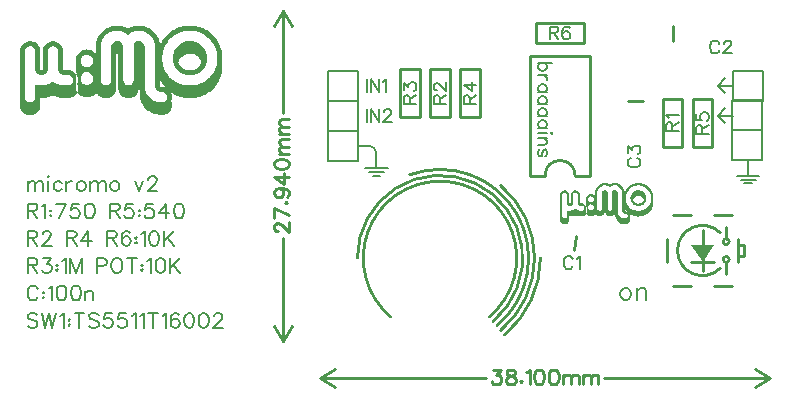
<source format=gto>
G04 ---------------------------- Layer name :TOP SILK LAYER*
G04 EasyEDA v5.7.26, Mon, 08 Oct 2018 11:37:22 GMT*
G04 9a8b5958ff4b4eb3b6fdbb1becb2a6af*
G04 Gerber Generator version 0.2*
G04 Scale: 100 percent, Rotated: No, Reflected: No *
G04 Dimensions in millimeters *
G04 leading zeros omitted , absolute positions ,3 integer and 3 decimal *
%FSLAX33Y33*%
%MOMM*%
G90*
G71D02*

%ADD10C,0.254000*%
%ADD22C,0.178003*%
%ADD23C,0.228600*%
%ADD24C,0.203200*%
%ADD25C,0.202999*%
%ADD26C,0.177800*%

%LPD*%
G54D22*
G01X33655Y19049D02*
G01X34290Y18414D01*
G01X34924Y19049D02*
G01X33654Y19049D01*
G01X34289Y19684D01*
G01X33655Y21589D02*
G01X34290Y20954D01*
G01X34924Y21589D02*
G01X33654Y21589D01*
G01X34289Y22224D01*
G01X635Y17779D02*
G01X3175Y17779D01*
G01X3175Y15239D01*
G01X635Y15239D01*
G01X635Y17779D01*
G01X4134Y16491D02*
G01X3180Y16491D01*
G01X4770Y15857D02*
G01X4770Y14584D01*
G01X3815Y14584D02*
G01X5725Y14584D01*
G01X4135Y14267D02*
G01X5405Y14267D01*
G01X4452Y13947D02*
G01X5087Y13947D01*
G01X35933Y13311D02*
G01X36569Y13311D01*
G01X35615Y13629D02*
G01X36887Y13629D01*
G01X35297Y13947D02*
G01X37205Y13947D01*
G01X36251Y15219D02*
G01X36251Y13947D01*
G54D10*
G01X21700Y8880D02*
G01X21479Y7629D01*
G01X26037Y20317D02*
G01X27307Y20317D01*
G54D23*
G01X11863Y18921D02*
G01X11863Y22985D01*
G01X13540Y22985D01*
G01X13540Y18921D01*
G01X11863Y18921D01*
G01X18287Y26873D02*
G01X22351Y26873D01*
G01X22351Y25196D01*
G01X18287Y25196D01*
G01X18287Y26873D01*
G01X31548Y16381D02*
G01X31548Y20445D01*
G01X33225Y20445D01*
G01X33225Y16381D01*
G01X31548Y16381D01*
G01X6781Y18922D02*
G01X6781Y22986D01*
G01X8458Y22986D01*
G01X8458Y18922D01*
G01X6781Y18922D01*
G54D10*
G01X29845Y26669D02*
G01X29845Y25399D01*
G54D24*
G01X3177Y20318D02*
G01X637Y20318D01*
G01X637Y22858D01*
G01X3177Y22858D01*
G01X3177Y20953D01*
G54D25*
G01X3177Y20318D02*
G01X3177Y20953D01*
G54D24*
G01X3175Y17779D02*
G01X635Y17779D01*
G01X635Y20319D01*
G01X3175Y20319D01*
G01X3175Y18414D01*
G54D25*
G01X3175Y17779D02*
G01X3175Y18414D01*
G54D24*
G01X37465Y20319D02*
G01X34925Y20319D01*
G01X34925Y22859D01*
G01X37465Y22859D01*
G01X37465Y20954D01*
G54D25*
G01X37465Y20319D02*
G01X37465Y20954D01*
G54D24*
G01X37462Y17782D02*
G01X34922Y17782D01*
G01X34922Y20322D01*
G01X37462Y20322D01*
G01X37462Y18417D01*
G54D25*
G01X37462Y17782D02*
G01X37462Y18417D01*
G54D23*
G01X30685Y20445D02*
G01X30685Y16381D01*
G01X29008Y16381D01*
G01X29008Y20445D01*
G01X30685Y20445D01*
G54D10*
G01X22859Y24129D02*
G01X17779Y24129D01*
G01X17779Y24129D02*
G01X17779Y13969D01*
G01X22859Y24129D02*
G01X22859Y13969D01*
G01X22859Y13969D02*
G01X21589Y13969D01*
G01X19049Y13969D02*
G01X17779Y13969D01*
G54D23*
G01X9323Y18921D02*
G01X9323Y22985D01*
G01X11000Y22985D01*
G01X11000Y18921D01*
G01X9323Y18921D01*
G54D10*
G01X32384Y9370D02*
G01X32384Y5870D01*
G01X31384Y6619D02*
G01X33385Y6619D01*
G01X34384Y5620D02*
G01X34384Y6618D01*
G01X34384Y8618D02*
G01X34384Y9618D01*
G01X35384Y6618D02*
G01X35384Y8618D01*
G01X35383Y7118D02*
G01X35883Y7118D01*
G01X35883Y8119D01*
G01X35383Y8119D01*
G01X29884Y4620D02*
G01X31384Y4620D01*
G01X33384Y4620D02*
G01X34884Y4620D01*
G01X34884Y10619D02*
G01X33384Y10619D01*
G01X29884Y10619D02*
G01X31384Y10619D01*
G01X29384Y6620D02*
G01X29384Y8619D01*
G54D24*
G01X37462Y15241D02*
G01X34922Y15241D01*
G01X34922Y17781D01*
G01X37462Y17781D01*
G01X37462Y15876D01*
G54D25*
G01X37462Y15241D02*
G01X37462Y15876D01*

%LPD*%
G36*
G01X20874Y9868D02*
G01X20718Y9839D01*
G01X20562Y9868D01*
G01X20433Y9954D01*
G01X20348Y10080D01*
G01X20319Y10236D01*
G01X20319Y12324D01*
G01X20347Y12481D01*
G01X20431Y12608D01*
G01X20559Y12692D01*
G01X20715Y12720D01*
G01X20879Y12693D01*
G01X21005Y12613D01*
G01X21087Y12488D01*
G01X21114Y12324D01*
G01X21114Y11648D01*
G01X21117Y11627D01*
G01X21126Y11612D01*
G01X21141Y11603D01*
G01X21162Y11600D01*
G01X21183Y11603D01*
G01X21197Y11612D01*
G01X21205Y11627D01*
G01X21208Y11648D01*
G01X21208Y12324D01*
G01X21236Y12481D01*
G01X21320Y12608D01*
G01X21449Y12692D01*
G01X21607Y12720D01*
G01X21763Y12692D01*
G01X21889Y12608D01*
G01X21975Y12481D01*
G01X22003Y12324D01*
G01X22003Y11648D01*
G01X22006Y11627D01*
G01X22015Y11612D01*
G01X22029Y11603D01*
G01X22049Y11600D01*
G01X22181Y11600D01*
G01X22339Y11571D01*
G01X22468Y11485D01*
G01X22514Y11415D01*
G01X22502Y11373D01*
G01X22494Y11324D01*
G01X22491Y11275D01*
G01X22493Y11235D01*
G01X22498Y11197D01*
G01X22506Y11159D01*
G01X22519Y11122D01*
G01X22506Y11087D01*
G01X22498Y11051D01*
G01X22493Y11013D01*
G01X22491Y10975D01*
G01X22523Y10804D01*
G01X22554Y10758D01*
G01X22551Y10743D01*
G01X22465Y10617D01*
G01X22337Y10533D01*
G01X22181Y10505D01*
G01X22049Y10505D01*
G01X21930Y10513D01*
G01X21817Y10536D01*
G01X21709Y10575D01*
G01X21607Y10629D01*
G01X21505Y10575D01*
G01X21397Y10536D01*
G01X21283Y10513D01*
G01X21162Y10505D01*
G01X21114Y10505D01*
G01X21114Y10236D01*
G01X21086Y10080D01*
G01X21002Y9954D01*
G01X20874Y9868D01*
G37*

%LPC*%
G36*
G01X20676Y10338D02*
G01X20718Y10335D01*
G01X20760Y10338D01*
G01X20799Y10349D01*
G01X20833Y10366D01*
G01X20863Y10391D01*
G01X20887Y10421D01*
G01X20905Y10456D01*
G01X20915Y10495D01*
G01X20918Y10538D01*
G01X20918Y11043D01*
G01X20977Y11024D01*
G01X21037Y11009D01*
G01X21099Y11001D01*
G01X21162Y10998D01*
G01X21287Y11009D01*
G01X21402Y11042D01*
G01X21509Y11098D01*
G01X21607Y11175D01*
G01X21704Y11098D01*
G01X21810Y11042D01*
G01X21925Y11009D01*
G01X22049Y10998D01*
G01X22181Y10998D01*
G01X22225Y11001D01*
G01X22264Y11012D01*
G01X22298Y11029D01*
G01X22328Y11054D01*
G01X22354Y11084D01*
G01X22372Y11119D01*
G01X22383Y11158D01*
G01X22387Y11201D01*
G01X22383Y11244D01*
G01X22372Y11282D01*
G01X22354Y11316D01*
G01X22328Y11346D01*
G01X22298Y11372D01*
G01X22264Y11389D01*
G01X22225Y11400D01*
G01X22181Y11404D01*
G01X22049Y11404D01*
G01X22000Y11409D01*
G01X21956Y11422D01*
G01X21915Y11444D01*
G01X21879Y11475D01*
G01X21848Y11512D01*
G01X21825Y11553D01*
G01X21812Y11598D01*
G01X21807Y11648D01*
G01X21807Y12324D01*
G01X21804Y12367D01*
G01X21794Y12406D01*
G01X21776Y12441D01*
G01X21752Y12471D01*
G01X21722Y12495D01*
G01X21688Y12513D01*
G01X21649Y12523D01*
G01X21607Y12527D01*
G01X21564Y12523D01*
G01X21524Y12513D01*
G01X21490Y12495D01*
G01X21459Y12471D01*
G01X21434Y12441D01*
G01X21416Y12406D01*
G01X21405Y12367D01*
G01X21401Y12324D01*
G01X21401Y11648D01*
G01X21397Y11598D01*
G01X21384Y11553D01*
G01X21363Y11512D01*
G01X21332Y11475D01*
G01X21296Y11444D01*
G01X21256Y11422D01*
G01X21211Y11409D01*
G01X21162Y11404D01*
G01X21114Y11409D01*
G01X21068Y11422D01*
G01X21027Y11444D01*
G01X20990Y11475D01*
G01X20959Y11512D01*
G01X20936Y11553D01*
G01X20923Y11598D01*
G01X20918Y11648D01*
G01X20918Y12324D01*
G01X20906Y12412D01*
G01X20868Y12476D01*
G01X20804Y12514D01*
G01X20715Y12527D01*
G01X20672Y12523D01*
G01X20633Y12513D01*
G01X20600Y12495D01*
G01X20570Y12471D01*
G01X20546Y12441D01*
G01X20529Y12406D01*
G01X20518Y12367D01*
G01X20515Y12324D01*
G01X20515Y10538D01*
G01X20518Y10495D01*
G01X20529Y10456D01*
G01X20546Y10421D01*
G01X20570Y10391D01*
G01X20602Y10366D01*
G01X20636Y10349D01*
G01X20676Y10338D01*
G37*

%LPD*%
G36*
G01X26010Y9872D02*
G01X25854Y9844D01*
G01X25737Y9851D01*
G01X25626Y9871D01*
G01X25522Y9905D01*
G01X25424Y9952D01*
G01X25332Y10012D01*
G01X25247Y10086D01*
G01X25171Y10170D01*
G01X25108Y10260D01*
G01X25060Y10357D01*
G01X25026Y10461D01*
G01X25005Y10571D01*
G01X24998Y10688D01*
G01X24998Y12191D01*
G01X24995Y12212D01*
G01X24988Y12227D01*
G01X24975Y12236D01*
G01X24957Y12240D01*
G01X24957Y10899D01*
G01X24929Y10743D01*
G01X24843Y10617D01*
G01X24715Y10533D01*
G01X24558Y10505D01*
G01X24402Y10533D01*
G01X24274Y10617D01*
G01X24190Y10743D01*
G01X24162Y10899D01*
G01X24162Y12191D01*
G01X24159Y12213D01*
G01X24150Y12228D01*
G01X24135Y12237D01*
G01X24114Y12240D01*
G01X24093Y12237D01*
G01X24078Y12228D01*
G01X24069Y12213D01*
G01X24065Y12191D01*
G01X24065Y10899D01*
G01X24038Y10743D01*
G01X23954Y10617D01*
G01X23827Y10533D01*
G01X23669Y10505D01*
G01X23513Y10533D01*
G01X23385Y10617D01*
G01X23303Y10738D01*
G01X23250Y10660D01*
G01X23107Y10563D01*
G01X22935Y10530D01*
G01X22764Y10563D01*
G01X22620Y10660D01*
G01X22554Y10758D01*
G01X22580Y10899D01*
G01X22578Y10938D01*
G01X22573Y10975D01*
G01X22565Y11012D01*
G01X22554Y11048D01*
G01X22565Y11085D01*
G01X22573Y11122D01*
G01X22578Y11161D01*
G01X22580Y11201D01*
G01X22552Y11357D01*
G01X22514Y11415D01*
G01X22515Y11418D01*
G01X22534Y11462D01*
G01X22515Y11510D01*
G01X22502Y11558D01*
G01X22494Y11606D01*
G01X22491Y11656D01*
G01X22493Y11695D01*
G01X22498Y11732D01*
G01X22506Y11769D01*
G01X22519Y11805D01*
G01X22506Y11841D01*
G01X22498Y11879D01*
G01X22493Y11917D01*
G01X22491Y11955D01*
G01X22523Y12125D01*
G01X22620Y12270D01*
G01X22765Y12367D01*
G01X22935Y12400D01*
G01X23105Y12367D01*
G01X23248Y12270D01*
G01X23270Y12237D01*
G01X23270Y12494D01*
G01X23278Y12609D01*
G01X23298Y12717D01*
G01X23331Y12819D01*
G01X23379Y12916D01*
G01X23440Y13006D01*
G01X23514Y13091D01*
G01X23600Y13165D01*
G01X23691Y13226D01*
G01X23788Y13273D01*
G01X23890Y13308D01*
G01X23999Y13328D01*
G01X24114Y13334D01*
G01X24226Y13328D01*
G01X24333Y13307D01*
G01X24435Y13273D01*
G01X24533Y13225D01*
G01X24631Y13273D01*
G01X24734Y13307D01*
G01X24842Y13328D01*
G01X24954Y13334D01*
G01X25069Y13328D01*
G01X25178Y13308D01*
G01X25281Y13273D01*
G01X25377Y13226D01*
G01X25467Y13165D01*
G01X25551Y13091D01*
G01X25626Y13006D01*
G01X25686Y12916D01*
G01X25733Y12819D01*
G01X25766Y12717D01*
G01X25786Y12609D01*
G01X25788Y12579D01*
G01X25830Y12669D01*
G01X25893Y12774D01*
G01X25968Y12874D01*
G01X26054Y12969D01*
G01X26149Y13055D01*
G01X26248Y13129D01*
G01X26353Y13192D01*
G01X26463Y13243D01*
G01X26578Y13283D01*
G01X26699Y13312D01*
G01X26825Y13329D01*
G01X26956Y13334D01*
G01X27087Y13329D01*
G01X27213Y13312D01*
G01X27333Y13283D01*
G01X27448Y13243D01*
G01X27557Y13192D01*
G01X27662Y13129D01*
G01X27761Y13055D01*
G01X27855Y12969D01*
G01X27942Y12874D01*
G01X28017Y12774D01*
G01X28080Y12669D01*
G01X28132Y12559D01*
G01X28172Y12444D01*
G01X28201Y12324D01*
G01X28218Y12198D01*
G01X28223Y12067D01*
G01X28223Y12028D01*
G01X28222Y11990D01*
G01X28219Y11952D01*
G01X28216Y11915D01*
G01X28219Y11878D01*
G01X28222Y11841D01*
G01X28223Y11804D01*
G01X28223Y11767D01*
G01X28218Y11637D01*
G01X28201Y11512D01*
G01X28172Y11392D01*
G01X28132Y11277D01*
G01X28080Y11166D01*
G01X28017Y11061D01*
G01X27942Y10961D01*
G01X27855Y10866D01*
G01X27761Y10779D01*
G01X27661Y10705D01*
G01X27556Y10641D01*
G01X27446Y10589D01*
G01X27331Y10549D01*
G01X27212Y10521D01*
G01X27087Y10503D01*
G01X26956Y10497D01*
G01X26825Y10503D01*
G01X26699Y10521D01*
G01X26578Y10549D01*
G01X26463Y10589D01*
G01X26353Y10641D01*
G01X26248Y10705D01*
G01X26187Y10750D01*
G01X26223Y10698D01*
G01X26252Y10540D01*
G01X26251Y10502D01*
G01X26246Y10464D01*
G01X26238Y10427D01*
G01X26227Y10391D01*
G01X26238Y10355D01*
G01X26246Y10317D01*
G01X26251Y10280D01*
G01X26252Y10241D01*
G01X26224Y10083D01*
G01X26138Y9956D01*
G01X26010Y9872D01*
G37*

%LPC*%
G36*
G01X25709Y10351D02*
G01X25841Y10340D01*
G01X25854Y10340D01*
G01X25897Y10343D01*
G01X25936Y10353D01*
G01X25971Y10370D01*
G01X26001Y10393D01*
G01X26026Y10424D01*
G01X26043Y10458D01*
G01X26054Y10497D01*
G01X26057Y10540D01*
G01X26054Y10583D01*
G01X26043Y10622D01*
G01X26026Y10657D01*
G01X26001Y10688D01*
G01X25971Y10712D01*
G01X25936Y10730D01*
G01X25897Y10740D01*
G01X25854Y10744D01*
G01X25841Y10744D01*
G01X25792Y10748D01*
G01X25747Y10761D01*
G01X25706Y10784D01*
G01X25668Y10815D01*
G01X25638Y10852D01*
G01X25617Y10894D01*
G01X25604Y10939D01*
G01X25600Y10987D01*
G01X25600Y12494D01*
G01X25588Y12625D01*
G01X25553Y12746D01*
G01X25496Y12855D01*
G01X25414Y12953D01*
G01X25316Y13036D01*
G01X25207Y13095D01*
G01X25087Y13130D01*
G01X24954Y13141D01*
G01X24838Y13132D01*
G01X24728Y13102D01*
G01X24627Y13053D01*
G01X24533Y12984D01*
G01X24438Y13053D01*
G01X24337Y13102D01*
G01X24229Y13132D01*
G01X24114Y13141D01*
G01X23981Y13130D01*
G01X23860Y13095D01*
G01X23750Y13036D01*
G01X23651Y12953D01*
G01X23571Y12855D01*
G01X23513Y12746D01*
G01X23478Y12625D01*
G01X23466Y12494D01*
G01X23466Y11201D01*
G01X23470Y11158D01*
G01X23480Y11119D01*
G01X23498Y11084D01*
G01X23522Y11054D01*
G01X23553Y11029D01*
G01X23588Y11012D01*
G01X23627Y11001D01*
G01X23669Y10998D01*
G01X23713Y11001D01*
G01X23752Y11012D01*
G01X23787Y11029D01*
G01X23817Y11054D01*
G01X23840Y11084D01*
G01X23857Y11119D01*
G01X23867Y11158D01*
G01X23870Y11201D01*
G01X23870Y12494D01*
G01X23874Y12542D01*
G01X23888Y12587D01*
G01X23910Y12628D01*
G01X23941Y12664D01*
G01X23979Y12695D01*
G01X24020Y12717D01*
G01X24065Y12730D01*
G01X24114Y12735D01*
G01X24162Y12730D01*
G01X24206Y12717D01*
G01X24247Y12695D01*
G01X24284Y12664D01*
G01X24316Y12627D01*
G01X24339Y12586D01*
G01X24353Y12541D01*
G01X24358Y12494D01*
G01X24358Y11201D01*
G01X24361Y11158D01*
G01X24372Y11119D01*
G01X24389Y11084D01*
G01X24413Y11054D01*
G01X24443Y11029D01*
G01X24476Y11012D01*
G01X24515Y11001D01*
G01X24558Y10998D01*
G01X24601Y11001D01*
G01X24640Y11012D01*
G01X24675Y11029D01*
G01X24706Y11054D01*
G01X24730Y11084D01*
G01X24748Y11119D01*
G01X24758Y11158D01*
G01X24761Y11201D01*
G01X24761Y12638D01*
G01X24802Y12681D01*
G01X24847Y12711D01*
G01X24898Y12729D01*
G01X24954Y12735D01*
G01X25002Y12730D01*
G01X25046Y12717D01*
G01X25086Y12695D01*
G01X25122Y12664D01*
G01X25154Y12627D01*
G01X25175Y12586D01*
G01X25189Y12541D01*
G01X25193Y12494D01*
G01X25193Y10987D01*
G01X25205Y10855D01*
G01X25240Y10733D01*
G01X25298Y10624D01*
G01X25379Y10525D01*
G01X25478Y10444D01*
G01X25588Y10386D01*
G01X25709Y10351D01*
G37*
G36*
G01X26004Y10911D02*
G01X26027Y10895D01*
G01X25968Y10961D01*
G01X25893Y11060D01*
G01X25830Y11165D01*
G01X25793Y11245D01*
G01X25793Y10987D01*
G01X25796Y10967D01*
G01X25805Y10951D01*
G01X25820Y10942D01*
G01X25841Y10939D01*
G01X26004Y10911D01*
G37*
G36*
G01X26845Y10998D02*
G01X26956Y10993D01*
G01X27067Y10998D01*
G01X27173Y11012D01*
G01X27276Y11036D01*
G01X27373Y11070D01*
G01X27466Y11113D01*
G01X27554Y11167D01*
G01X27639Y11230D01*
G01X27718Y11302D01*
G01X27791Y11383D01*
G01X27854Y11468D01*
G01X27907Y11556D01*
G01X27951Y11650D01*
G01X27985Y11747D01*
G01X28009Y11850D01*
G01X28023Y11956D01*
G01X28028Y12067D01*
G01X28023Y12178D01*
G01X28009Y12284D01*
G01X27985Y12386D01*
G01X27951Y12484D01*
G01X27907Y12577D01*
G01X27854Y12665D01*
G01X27791Y12749D01*
G01X27718Y12829D01*
G01X27639Y12902D01*
G01X27554Y12966D01*
G01X27466Y13019D01*
G01X27373Y13063D01*
G01X27276Y13098D01*
G01X27173Y13122D01*
G01X27067Y13137D01*
G01X26956Y13141D01*
G01X26845Y13137D01*
G01X26738Y13122D01*
G01X26635Y13098D01*
G01X26538Y13063D01*
G01X26444Y13019D01*
G01X26356Y12966D01*
G01X26271Y12902D01*
G01X26191Y12829D01*
G01X26119Y12749D01*
G01X26056Y12665D01*
G01X26003Y12577D01*
G01X25959Y12484D01*
G01X25925Y12386D01*
G01X25901Y12284D01*
G01X25887Y12178D01*
G01X25882Y12067D01*
G01X25887Y11956D01*
G01X25901Y11850D01*
G01X25925Y11747D01*
G01X25959Y11650D01*
G01X26003Y11556D01*
G01X26056Y11468D01*
G01X26119Y11383D01*
G01X26191Y11302D01*
G01X26271Y11230D01*
G01X26356Y11167D01*
G01X26444Y11113D01*
G01X26538Y11070D01*
G01X26635Y11036D01*
G01X26738Y11012D01*
G01X26845Y10998D01*
G37*
G36*
G01X22885Y11030D02*
G01X22935Y11026D01*
G01X22985Y11030D01*
G01X23032Y11043D01*
G01X23074Y11066D01*
G01X23113Y11097D01*
G01X23144Y11135D01*
G01X23166Y11178D01*
G01X23180Y11224D01*
G01X23184Y11275D01*
G01X23180Y11324D01*
G01X23166Y11369D01*
G01X23143Y11411D01*
G01X23110Y11450D01*
G01X23072Y11481D01*
G01X23030Y11503D01*
G01X22984Y11516D01*
G01X22935Y11521D01*
G01X22886Y11516D01*
G01X22841Y11503D01*
G01X22799Y11481D01*
G01X22760Y11450D01*
G01X22728Y11411D01*
G01X22705Y11369D01*
G01X22691Y11324D01*
G01X22686Y11275D01*
G01X22691Y11224D01*
G01X22704Y11178D01*
G01X22726Y11135D01*
G01X22757Y11097D01*
G01X22797Y11066D01*
G01X22839Y11043D01*
G01X22885Y11030D01*
G37*
G36*
G01X22886Y11711D02*
G01X22935Y11706D01*
G01X22984Y11711D01*
G01X23030Y11725D01*
G01X23072Y11748D01*
G01X23110Y11780D01*
G01X23143Y11819D01*
G01X23166Y11861D01*
G01X23180Y11906D01*
G01X23184Y11955D01*
G01X23180Y12005D01*
G01X23166Y12050D01*
G01X23143Y12092D01*
G01X23110Y12130D01*
G01X23072Y12163D01*
G01X23030Y12186D01*
G01X22984Y12200D01*
G01X22935Y12204D01*
G01X22886Y12200D01*
G01X22841Y12186D01*
G01X22799Y12163D01*
G01X22760Y12130D01*
G01X22728Y12092D01*
G01X22705Y12050D01*
G01X22691Y12005D01*
G01X22686Y11955D01*
G01X22691Y11906D01*
G01X22705Y11861D01*
G01X22728Y11819D01*
G01X22760Y11780D01*
G01X22799Y11748D01*
G01X22841Y11725D01*
G01X22886Y11711D01*
G37*

%LPD*%
G36*
G01X27093Y11409D02*
G01X26956Y11396D01*
G01X26821Y11409D01*
G01X26696Y11445D01*
G01X26582Y11505D01*
G01X26478Y11589D01*
G01X26394Y11692D01*
G01X26334Y11805D01*
G01X26298Y11930D01*
G01X26285Y12067D01*
G01X26298Y12205D01*
G01X26334Y12330D01*
G01X26394Y12443D01*
G01X26478Y12545D01*
G01X26580Y12628D01*
G01X26693Y12687D01*
G01X26819Y12723D01*
G01X26956Y12735D01*
G01X27093Y12723D01*
G01X27217Y12687D01*
G01X27330Y12628D01*
G01X27431Y12545D01*
G01X27516Y12442D01*
G01X27576Y12329D01*
G01X27612Y12204D01*
G01X27624Y12067D01*
G01X27612Y11930D01*
G01X27576Y11805D01*
G01X27516Y11692D01*
G01X27431Y11589D01*
G01X27330Y11505D01*
G01X27217Y11445D01*
G01X27093Y11409D01*
G37*

%LPC*%
G36*
G01X26804Y11615D02*
G01X26956Y11592D01*
G01X27107Y11615D01*
G01X27240Y11683D01*
G01X27344Y11787D01*
G01X27408Y11920D01*
G01X27389Y11969D01*
G01X27363Y12017D01*
G01X27332Y12062D01*
G01X27294Y12105D01*
G01X27222Y12164D01*
G01X27141Y12206D01*
G01X27053Y12232D01*
G01X26956Y12240D01*
G01X26803Y12218D01*
G01X26669Y12153D01*
G01X26567Y12050D01*
G01X26504Y11917D01*
G01X26569Y11787D01*
G01X26672Y11683D01*
G01X26804Y11615D01*
G37*

%LPD*%
G54D24*
G01X19601Y23494D02*
G01X18455Y23494D01*
G01X19054Y23494D02*
G01X19164Y23385D01*
G01X19217Y23276D01*
G01X19217Y23113D01*
G01X19164Y23004D01*
G01X19054Y22895D01*
G01X18892Y22839D01*
G01X18783Y22839D01*
G01X18618Y22895D01*
G01X18508Y23004D01*
G01X18455Y23113D01*
G01X18455Y23276D01*
G01X18508Y23385D01*
G01X18618Y23494D01*
G01X19217Y22481D02*
G01X18455Y22481D01*
G01X18892Y22481D02*
G01X19054Y22425D01*
G01X19164Y22316D01*
G01X19217Y22207D01*
G01X19217Y22044D01*
G01X19217Y21028D02*
G01X18455Y21028D01*
G01X19054Y21028D02*
G01X19164Y21137D01*
G01X19217Y21246D01*
G01X19217Y21412D01*
G01X19164Y21521D01*
G01X19054Y21630D01*
G01X18892Y21683D01*
G01X18783Y21683D01*
G01X18618Y21630D01*
G01X18508Y21521D01*
G01X18455Y21412D01*
G01X18455Y21246D01*
G01X18508Y21137D01*
G01X18618Y21028D01*
G01X19217Y20015D02*
G01X18455Y20015D01*
G01X19054Y20015D02*
G01X19164Y20124D01*
G01X19217Y20233D01*
G01X19217Y20396D01*
G01X19164Y20505D01*
G01X19054Y20614D01*
G01X18892Y20670D01*
G01X18783Y20670D01*
G01X18618Y20614D01*
G01X18508Y20505D01*
G01X18455Y20396D01*
G01X18455Y20233D01*
G01X18508Y20124D01*
G01X18618Y20015D01*
G01X19217Y19001D02*
G01X18455Y19001D01*
G01X19054Y19001D02*
G01X19164Y19108D01*
G01X19217Y19217D01*
G01X19217Y19382D01*
G01X19164Y19491D01*
G01X19054Y19601D01*
G01X18892Y19654D01*
G01X18783Y19654D01*
G01X18618Y19601D01*
G01X18508Y19491D01*
G01X18455Y19382D01*
G01X18455Y19217D01*
G01X18508Y19108D01*
G01X18618Y19001D01*
G01X19217Y17985D02*
G01X18455Y17985D01*
G01X19054Y17985D02*
G01X19164Y18094D01*
G01X19217Y18204D01*
G01X19217Y18366D01*
G01X19164Y18475D01*
G01X19054Y18585D01*
G01X18892Y18640D01*
G01X18783Y18640D01*
G01X18618Y18585D01*
G01X18508Y18475D01*
G01X18455Y18366D01*
G01X18455Y18204D01*
G01X18508Y18094D01*
G01X18618Y17985D01*
G01X19601Y17624D02*
G01X19545Y17571D01*
G01X19601Y17515D01*
G01X19654Y17571D01*
G01X19601Y17624D01*
G01X19217Y17571D02*
G01X18455Y17571D01*
G01X19217Y17157D02*
G01X18455Y17157D01*
G01X18999Y17157D02*
G01X19164Y16992D01*
G01X19217Y16883D01*
G01X19217Y16720D01*
G01X19164Y16611D01*
G01X18999Y16555D01*
G01X18455Y16555D01*
G01X19054Y15597D02*
G01X19164Y15651D01*
G01X19217Y15813D01*
G01X19217Y15978D01*
G01X19164Y16141D01*
G01X19054Y16197D01*
G01X18945Y16141D01*
G01X18892Y16032D01*
G01X18836Y15760D01*
G01X18783Y15651D01*
G01X18673Y15597D01*
G01X18618Y15597D01*
G01X18508Y15651D01*
G01X18455Y15813D01*
G01X18455Y15978D01*
G01X18508Y16141D01*
G01X18618Y16197D01*
G01X25763Y4445D02*
G01X25618Y4374D01*
G01X25473Y4226D01*
G01X25399Y4008D01*
G01X25399Y3863D01*
G01X25473Y3645D01*
G01X25618Y3500D01*
G01X25763Y3426D01*
G01X25981Y3426D01*
G01X26126Y3500D01*
G01X26273Y3645D01*
G01X26344Y3863D01*
G01X26344Y4008D01*
G01X26273Y4226D01*
G01X26126Y4374D01*
G01X25981Y4445D01*
G01X25763Y4445D01*
G01X26824Y4445D02*
G01X26824Y3426D01*
G01X26824Y4155D02*
G01X27043Y4374D01*
G01X27188Y4445D01*
G01X27406Y4445D01*
G01X27551Y4374D01*
G01X27624Y4155D01*
G01X27624Y3426D01*

%LPD*%
G36*
G01X-24416Y19102D02*
G01X-24536Y19096D01*
G01X-24656Y19102D01*
G01X-24770Y19123D01*
G01X-24876Y19157D01*
G01X-24975Y19204D01*
G01X-25068Y19265D01*
G01X-25153Y19340D01*
G01X-25229Y19424D01*
G01X-25290Y19516D01*
G01X-25338Y19615D01*
G01X-25372Y19721D01*
G01X-25393Y19834D01*
G01X-25400Y19954D01*
G01X-25400Y24478D01*
G01X-25393Y24598D01*
G01X-25373Y24711D01*
G01X-25339Y24817D01*
G01X-25291Y24916D01*
G01X-25230Y25008D01*
G01X-25156Y25093D01*
G01X-25071Y25167D01*
G01X-24979Y25228D01*
G01X-24880Y25275D01*
G01X-24774Y25309D01*
G01X-24661Y25329D01*
G01X-24541Y25336D01*
G01X-24413Y25330D01*
G01X-24295Y25311D01*
G01X-24185Y25279D01*
G01X-24085Y25233D01*
G01X-23994Y25176D01*
G01X-23911Y25105D01*
G01X-23840Y25024D01*
G01X-23782Y24933D01*
G01X-23736Y24833D01*
G01X-23703Y24723D01*
G01X-23684Y24605D01*
G01X-23677Y24478D01*
G01X-23677Y23010D01*
G01X-23671Y22964D01*
G01X-23651Y22932D01*
G01X-23619Y22912D01*
G01X-23573Y22906D01*
G01X-23531Y22912D01*
G01X-23501Y22932D01*
G01X-23483Y22964D01*
G01X-23477Y23010D01*
G01X-23477Y24478D01*
G01X-23470Y24598D01*
G01X-23449Y24711D01*
G01X-23415Y24817D01*
G01X-23368Y24916D01*
G01X-23306Y25008D01*
G01X-23230Y25093D01*
G01X-23144Y25167D01*
G01X-23051Y25228D01*
G01X-22951Y25275D01*
G01X-22844Y25309D01*
G01X-22731Y25329D01*
G01X-22611Y25336D01*
G01X-22491Y25329D01*
G01X-22379Y25309D01*
G01X-22274Y25275D01*
G01X-22175Y25228D01*
G01X-22083Y25167D01*
G01X-21998Y25093D01*
G01X-21924Y25008D01*
G01X-21863Y24916D01*
G01X-21816Y24817D01*
G01X-21782Y24711D01*
G01X-21762Y24598D01*
G01X-21755Y24478D01*
G01X-21755Y23010D01*
G01X-21749Y22964D01*
G01X-21729Y22932D01*
G01X-21696Y22912D01*
G01X-21650Y22906D01*
G01X-21363Y22906D01*
G01X-21244Y22899D01*
G01X-21130Y22878D01*
G01X-21024Y22844D01*
G01X-20925Y22796D01*
G01X-20832Y22734D01*
G01X-20746Y22659D01*
G01X-20671Y22573D01*
G01X-20640Y22526D01*
G01X-20644Y22516D01*
G01X-20673Y22415D01*
G01X-20690Y22310D01*
G01X-20695Y22202D01*
G01X-20680Y22035D01*
G01X-20634Y21872D01*
G01X-20680Y21717D01*
G01X-20695Y21554D01*
G01X-20688Y21423D01*
G01X-20664Y21299D01*
G01X-20625Y21182D01*
G01X-20570Y21071D01*
G01X-20561Y21057D01*
G01X-20562Y21052D01*
G01X-20611Y20953D01*
G01X-20673Y20862D01*
G01X-20749Y20777D01*
G01X-20836Y20702D01*
G01X-20929Y20642D01*
G01X-21028Y20594D01*
G01X-21134Y20560D01*
G01X-21246Y20540D01*
G01X-21363Y20533D01*
G01X-21650Y20533D01*
G01X-21783Y20537D01*
G01X-21911Y20550D01*
G01X-22036Y20571D01*
G01X-22157Y20601D01*
G01X-22276Y20639D01*
G01X-22391Y20686D01*
G01X-22502Y20741D01*
G01X-22611Y20805D01*
G01X-22720Y20741D01*
G01X-22832Y20686D01*
G01X-22947Y20639D01*
G01X-23066Y20601D01*
G01X-23188Y20571D01*
G01X-23313Y20550D01*
G01X-23442Y20537D01*
G01X-23573Y20533D01*
G01X-23677Y20533D01*
G01X-23677Y19954D01*
G01X-23684Y19834D01*
G01X-23705Y19721D01*
G01X-23738Y19615D01*
G01X-23786Y19516D01*
G01X-23847Y19424D01*
G01X-23921Y19340D01*
G01X-24006Y19265D01*
G01X-24098Y19204D01*
G01X-24197Y19157D01*
G01X-24303Y19123D01*
G01X-24416Y19102D01*
G37*

%LPC*%
G36*
G01X-24713Y20198D02*
G01X-24536Y20168D01*
G01X-24360Y20198D01*
G01X-24221Y20289D01*
G01X-24130Y20428D01*
G01X-24099Y20604D01*
G01X-24099Y21702D01*
G01X-23974Y21659D01*
G01X-23845Y21629D01*
G01X-23711Y21611D01*
G01X-23573Y21605D01*
G01X-23436Y21611D01*
G01X-23303Y21629D01*
G01X-23176Y21659D01*
G01X-23054Y21701D01*
G01X-22935Y21755D01*
G01X-22822Y21821D01*
G01X-22714Y21899D01*
G01X-22611Y21989D01*
G01X-22508Y21899D01*
G01X-22400Y21821D01*
G01X-22287Y21755D01*
G01X-22170Y21701D01*
G01X-22048Y21659D01*
G01X-21920Y21629D01*
G01X-21788Y21611D01*
G01X-21650Y21605D01*
G01X-21363Y21605D01*
G01X-21187Y21635D01*
G01X-21046Y21725D01*
G01X-20953Y21864D01*
G01X-20921Y22040D01*
G01X-20953Y22217D01*
G01X-21046Y22360D01*
G01X-21187Y22453D01*
G01X-21363Y22484D01*
G01X-21650Y22484D01*
G01X-21757Y22493D01*
G01X-21855Y22522D01*
G01X-21944Y22569D01*
G01X-22024Y22636D01*
G01X-22091Y22717D01*
G01X-22138Y22806D01*
G01X-22167Y22904D01*
G01X-22176Y23010D01*
G01X-22176Y24478D01*
G01X-22206Y24654D01*
G01X-22296Y24793D01*
G01X-22435Y24884D01*
G01X-22611Y24915D01*
G01X-22788Y24884D01*
G01X-22931Y24793D01*
G01X-23022Y24654D01*
G01X-23053Y24478D01*
G01X-23053Y23010D01*
G01X-23062Y22904D01*
G01X-23090Y22806D01*
G01X-23137Y22717D01*
G01X-23202Y22636D01*
G01X-23282Y22569D01*
G01X-23370Y22522D01*
G01X-23468Y22493D01*
G01X-23573Y22484D01*
G01X-23679Y22493D01*
G01X-23777Y22522D01*
G01X-23866Y22569D01*
G01X-23947Y22636D01*
G01X-24014Y22717D01*
G01X-24061Y22806D01*
G01X-24090Y22904D01*
G01X-24099Y23010D01*
G01X-24099Y24478D01*
G01X-24112Y24611D01*
G01X-24148Y24720D01*
G01X-24210Y24806D01*
G01X-24296Y24866D01*
G01X-24406Y24903D01*
G01X-24541Y24915D01*
G01X-24718Y24884D01*
G01X-24858Y24793D01*
G01X-24948Y24654D01*
G01X-24978Y24478D01*
G01X-24978Y20604D01*
G01X-24947Y20428D01*
G01X-24853Y20289D01*
G01X-24713Y20198D01*
G37*

%LPD*%
G36*
G01X-13288Y19110D02*
G01X-13408Y19103D01*
G01X-13537Y19107D01*
G01X-13662Y19118D01*
G01X-13783Y19136D01*
G01X-13901Y19161D01*
G01X-14016Y19194D01*
G01X-14127Y19234D01*
G01X-14235Y19281D01*
G01X-14340Y19335D01*
G01X-14441Y19397D01*
G01X-14538Y19467D01*
G01X-14633Y19543D01*
G01X-14724Y19627D01*
G01X-14810Y19715D01*
G01X-14888Y19808D01*
G01X-14959Y19904D01*
G01X-15022Y20003D01*
G01X-15077Y20107D01*
G01X-15126Y20214D01*
G01X-15167Y20324D01*
G01X-15200Y20438D01*
G01X-15226Y20556D01*
G01X-15245Y20677D01*
G01X-15256Y20801D01*
G01X-15260Y20930D01*
G01X-15260Y24193D01*
G01X-15266Y24236D01*
G01X-15283Y24267D01*
G01X-15312Y24286D01*
G01X-15351Y24295D01*
G01X-15351Y21392D01*
G01X-15358Y21271D01*
G01X-15379Y21159D01*
G01X-15413Y21052D01*
G01X-15461Y20953D01*
G01X-15522Y20862D01*
G01X-15598Y20777D01*
G01X-15683Y20702D01*
G01X-15776Y20642D01*
G01X-15876Y20594D01*
G01X-15982Y20560D01*
G01X-16095Y20540D01*
G01X-16215Y20533D01*
G01X-16335Y20540D01*
G01X-16448Y20560D01*
G01X-16554Y20594D01*
G01X-16653Y20642D01*
G01X-16745Y20702D01*
G01X-16830Y20777D01*
G01X-16904Y20862D01*
G01X-16965Y20953D01*
G01X-17012Y21052D01*
G01X-17046Y21159D01*
G01X-17067Y21271D01*
G01X-17073Y21392D01*
G01X-17073Y24193D01*
G01X-17080Y24238D01*
G01X-17100Y24270D01*
G01X-17132Y24288D01*
G01X-17178Y24295D01*
G01X-17223Y24288D01*
G01X-17256Y24270D01*
G01X-17276Y24238D01*
G01X-17282Y24193D01*
G01X-17282Y21392D01*
G01X-17289Y21271D01*
G01X-17309Y21159D01*
G01X-17343Y21052D01*
G01X-17390Y20953D01*
G01X-17451Y20862D01*
G01X-17526Y20777D01*
G01X-17610Y20702D01*
G01X-17702Y20642D01*
G01X-17801Y20594D01*
G01X-17907Y20560D01*
G01X-18020Y20540D01*
G01X-18140Y20533D01*
G01X-18261Y20540D01*
G01X-18374Y20560D01*
G01X-18480Y20594D01*
G01X-18580Y20642D01*
G01X-18672Y20702D01*
G01X-18757Y20777D01*
G01X-18833Y20862D01*
G01X-18895Y20953D01*
G01X-18928Y21022D01*
G01X-18964Y20968D01*
G01X-19050Y20871D01*
G01X-19146Y20786D01*
G01X-19250Y20716D01*
G01X-19360Y20661D01*
G01X-19478Y20623D01*
G01X-19602Y20599D01*
G01X-19733Y20592D01*
G01X-19863Y20599D01*
G01X-19987Y20623D01*
G01X-20104Y20661D01*
G01X-20214Y20716D01*
G01X-20317Y20786D01*
G01X-20413Y20871D01*
G01X-20500Y20968D01*
G01X-20561Y21057D01*
G01X-20528Y21159D01*
G01X-20507Y21271D01*
G01X-20500Y21392D01*
G01X-20515Y21557D01*
G01X-20558Y21717D01*
G01X-20515Y21871D01*
G01X-20500Y22040D01*
G01X-20507Y22159D01*
G01X-20527Y22273D01*
G01X-20562Y22380D01*
G01X-20610Y22479D01*
G01X-20640Y22526D01*
G01X-20604Y22614D01*
G01X-20644Y22715D01*
G01X-20673Y22817D01*
G01X-20690Y22921D01*
G01X-20695Y23028D01*
G01X-20680Y23194D01*
G01X-20634Y23353D01*
G01X-20680Y23513D01*
G01X-20695Y23678D01*
G01X-20688Y23806D01*
G01X-20664Y23929D01*
G01X-20624Y24046D01*
G01X-20569Y24156D01*
G01X-20498Y24261D01*
G01X-20411Y24359D01*
G01X-20314Y24444D01*
G01X-20210Y24515D01*
G01X-20101Y24570D01*
G01X-19984Y24609D01*
G01X-19862Y24632D01*
G01X-19733Y24640D01*
G01X-19604Y24632D01*
G01X-19481Y24609D01*
G01X-19364Y24570D01*
G01X-19254Y24515D01*
G01X-19150Y24444D01*
G01X-19052Y24359D01*
G01X-19004Y24304D01*
G01X-19004Y24841D01*
G01X-19000Y24967D01*
G01X-18989Y25090D01*
G01X-18971Y25210D01*
G01X-18945Y25326D01*
G01X-18912Y25439D01*
G01X-18872Y25549D01*
G01X-18824Y25655D01*
G01X-18769Y25759D01*
G01X-18707Y25859D01*
G01X-18637Y25955D01*
G01X-18560Y26049D01*
G01X-18475Y26139D01*
G01X-18386Y26224D01*
G01X-18292Y26301D01*
G01X-18196Y26371D01*
G01X-18095Y26434D01*
G01X-17992Y26489D01*
G01X-17886Y26537D01*
G01X-17776Y26578D01*
G01X-17663Y26611D01*
G01X-17546Y26636D01*
G01X-17427Y26655D01*
G01X-17304Y26666D01*
G01X-17178Y26670D01*
G01X-17056Y26666D01*
G01X-16936Y26655D01*
G01X-16819Y26636D01*
G01X-16704Y26610D01*
G01X-16591Y26575D01*
G01X-16482Y26534D01*
G01X-16374Y26485D01*
G01X-16268Y26429D01*
G01X-16165Y26485D01*
G01X-16058Y26534D01*
G01X-15949Y26575D01*
G01X-15836Y26610D01*
G01X-15722Y26636D01*
G01X-15604Y26655D01*
G01X-15483Y26666D01*
G01X-15359Y26670D01*
G01X-15233Y26666D01*
G01X-15110Y26655D01*
G01X-14991Y26636D01*
G01X-14874Y26611D01*
G01X-14761Y26578D01*
G01X-14652Y26537D01*
G01X-14546Y26489D01*
G01X-14442Y26434D01*
G01X-14343Y26371D01*
G01X-14246Y26301D01*
G01X-14153Y26224D01*
G01X-14063Y26139D01*
G01X-13980Y26049D01*
G01X-13903Y25955D01*
G01X-13834Y25859D01*
G01X-13771Y25759D01*
G01X-13717Y25655D01*
G01X-13669Y25549D01*
G01X-13629Y25439D01*
G01X-13596Y25326D01*
G01X-13571Y25210D01*
G01X-13552Y25090D01*
G01X-13548Y25042D01*
G01X-13526Y25094D01*
G01X-13475Y25199D01*
G01X-13418Y25302D01*
G01X-13357Y25402D01*
G01X-13291Y25501D01*
G01X-13220Y25597D01*
G01X-13143Y25691D01*
G01X-13062Y25783D01*
G01X-12976Y25872D01*
G01X-12887Y25958D01*
G01X-12795Y26040D01*
G01X-12701Y26116D01*
G01X-12605Y26187D01*
G01X-12506Y26254D01*
G01X-12405Y26315D01*
G01X-12302Y26372D01*
G01X-12197Y26424D01*
G01X-12089Y26470D01*
G01X-11980Y26512D01*
G01X-11868Y26549D01*
G01X-11754Y26581D01*
G01X-11638Y26608D01*
G01X-11519Y26630D01*
G01X-11399Y26648D01*
G01X-11276Y26660D01*
G01X-11151Y26667D01*
G01X-11023Y26670D01*
G01X-10896Y26667D01*
G01X-10771Y26660D01*
G01X-10647Y26648D01*
G01X-10526Y26630D01*
G01X-10408Y26608D01*
G01X-10292Y26581D01*
G01X-10177Y26549D01*
G01X-10066Y26512D01*
G01X-9956Y26470D01*
G01X-9849Y26424D01*
G01X-9743Y26372D01*
G01X-9640Y26315D01*
G01X-9540Y26254D01*
G01X-9441Y26187D01*
G01X-9345Y26116D01*
G01X-9251Y26040D01*
G01X-9159Y25958D01*
G01X-9070Y25872D01*
G01X-8984Y25783D01*
G01X-8903Y25691D01*
G01X-8827Y25597D01*
G01X-8755Y25501D01*
G01X-8688Y25402D01*
G01X-8627Y25302D01*
G01X-8570Y25199D01*
G01X-8519Y25094D01*
G01X-8472Y24986D01*
G01X-8430Y24877D01*
G01X-8393Y24765D01*
G01X-8361Y24651D01*
G01X-8334Y24534D01*
G01X-8312Y24416D01*
G01X-8295Y24295D01*
G01X-8282Y24172D01*
G01X-8275Y24047D01*
G01X-8272Y23919D01*
G01X-8277Y23753D01*
G01X-8293Y23589D01*
G01X-8277Y23430D01*
G01X-8272Y23269D01*
G01X-8275Y23142D01*
G01X-8282Y23017D01*
G01X-8295Y22895D01*
G01X-8312Y22775D01*
G01X-8334Y22657D01*
G01X-8361Y22540D01*
G01X-8394Y22427D01*
G01X-8430Y22315D01*
G01X-8472Y22206D01*
G01X-8519Y22098D01*
G01X-8571Y21993D01*
G01X-8628Y21890D01*
G01X-8690Y21790D01*
G01X-8756Y21691D01*
G01X-8828Y21595D01*
G01X-8905Y21500D01*
G01X-8986Y21408D01*
G01X-9072Y21318D01*
G01X-9162Y21232D01*
G01X-9255Y21151D01*
G01X-9349Y21074D01*
G01X-9445Y21003D01*
G01X-9544Y20937D01*
G01X-9645Y20875D01*
G01X-9748Y20818D01*
G01X-9853Y20766D01*
G01X-9960Y20720D01*
G01X-10070Y20678D01*
G01X-10181Y20641D01*
G01X-10295Y20609D01*
G01X-10411Y20582D01*
G01X-10529Y20560D01*
G01X-10650Y20542D01*
G01X-10772Y20530D01*
G01X-10897Y20523D01*
G01X-11023Y20521D01*
G01X-11151Y20523D01*
G01X-11276Y20530D01*
G01X-11399Y20542D01*
G01X-11519Y20560D01*
G01X-11638Y20582D01*
G01X-11754Y20609D01*
G01X-11868Y20641D01*
G01X-11980Y20678D01*
G01X-12089Y20719D01*
G01X-12197Y20766D01*
G01X-12302Y20817D01*
G01X-12405Y20874D01*
G01X-12506Y20935D01*
G01X-12605Y21001D01*
G01X-12643Y21030D01*
G01X-12606Y20954D01*
G01X-12570Y20847D01*
G01X-12549Y20732D01*
G01X-12542Y20610D01*
G01X-12557Y20445D01*
G01X-12603Y20287D01*
G01X-12557Y20130D01*
G01X-12542Y19962D01*
G01X-12549Y19841D01*
G01X-12570Y19729D01*
G01X-12605Y19622D01*
G01X-12653Y19523D01*
G01X-12715Y19432D01*
G01X-12791Y19347D01*
G01X-12877Y19272D01*
G01X-12969Y19212D01*
G01X-13069Y19164D01*
G01X-13175Y19130D01*
G01X-13288Y19110D01*
G37*

%LPC*%
G36*
G01X-13551Y20179D02*
G01X-13434Y20175D01*
G01X-13408Y20175D01*
G01X-13230Y20205D01*
G01X-13088Y20295D01*
G01X-12997Y20434D01*
G01X-12966Y20610D01*
G01X-12997Y20787D01*
G01X-13088Y20930D01*
G01X-13230Y21023D01*
G01X-13408Y21054D01*
G01X-13434Y21054D01*
G01X-13540Y21063D01*
G01X-13638Y21092D01*
G01X-13727Y21139D01*
G01X-13807Y21206D01*
G01X-13874Y21287D01*
G01X-13921Y21376D01*
G01X-13950Y21474D01*
G01X-13959Y21580D01*
G01X-13959Y24841D01*
G01X-13963Y24959D01*
G01X-13976Y25073D01*
G01X-13995Y25183D01*
G01X-14024Y25289D01*
G01X-14060Y25391D01*
G01X-14104Y25490D01*
G01X-14156Y25584D01*
G01X-14216Y25675D01*
G01X-14284Y25762D01*
G01X-14361Y25844D01*
G01X-14442Y25921D01*
G01X-14528Y25989D01*
G01X-14618Y26049D01*
G01X-14712Y26101D01*
G01X-14810Y26145D01*
G01X-14912Y26181D01*
G01X-15018Y26209D01*
G01X-15127Y26230D01*
G01X-15241Y26242D01*
G01X-15359Y26246D01*
G01X-15486Y26240D01*
G01X-15610Y26224D01*
G01X-15730Y26198D01*
G01X-15846Y26161D01*
G01X-15957Y26114D01*
G01X-16065Y26056D01*
G01X-16169Y25987D01*
G01X-16268Y25908D01*
G01X-16369Y25987D01*
G01X-16474Y26056D01*
G01X-16582Y26114D01*
G01X-16694Y26161D01*
G01X-16809Y26198D01*
G01X-16929Y26224D01*
G01X-17051Y26240D01*
G01X-17178Y26246D01*
G01X-17295Y26242D01*
G01X-17410Y26230D01*
G01X-17519Y26210D01*
G01X-17626Y26181D01*
G01X-17728Y26145D01*
G01X-17826Y26101D01*
G01X-17920Y26049D01*
G01X-18010Y25989D01*
G01X-18096Y25921D01*
G01X-18178Y25844D01*
G01X-18255Y25762D01*
G01X-18324Y25675D01*
G01X-18385Y25584D01*
G01X-18437Y25490D01*
G01X-18482Y25391D01*
G01X-18518Y25289D01*
G01X-18546Y25183D01*
G01X-18566Y25073D01*
G01X-18578Y24959D01*
G01X-18582Y24841D01*
G01X-18582Y22040D01*
G01X-18551Y21864D01*
G01X-18458Y21725D01*
G01X-18317Y21635D01*
G01X-18140Y21605D01*
G01X-17964Y21635D01*
G01X-17825Y21725D01*
G01X-17734Y21864D01*
G01X-17703Y22040D01*
G01X-17703Y24841D01*
G01X-17694Y24947D01*
G01X-17665Y25045D01*
G01X-17618Y25135D01*
G01X-17551Y25217D01*
G01X-17471Y25284D01*
G01X-17382Y25331D01*
G01X-17284Y25360D01*
G01X-17178Y25369D01*
G01X-17074Y25359D01*
G01X-16978Y25330D01*
G01X-16889Y25281D01*
G01X-16807Y25212D01*
G01X-16739Y25131D01*
G01X-16691Y25042D01*
G01X-16661Y24945D01*
G01X-16652Y24841D01*
G01X-16652Y22040D01*
G01X-16621Y21864D01*
G01X-16530Y21725D01*
G01X-16392Y21635D01*
G01X-16215Y21605D01*
G01X-16039Y21635D01*
G01X-15897Y21725D01*
G01X-15804Y21864D01*
G01X-15773Y22040D01*
G01X-15773Y25161D01*
G01X-15689Y25252D01*
G01X-15592Y25317D01*
G01X-15482Y25356D01*
G01X-15359Y25369D01*
G01X-15255Y25359D01*
G01X-15159Y25330D01*
G01X-15071Y25281D01*
G01X-14991Y25212D01*
G01X-14924Y25131D01*
G01X-14876Y25042D01*
G01X-14848Y24945D01*
G01X-14838Y24841D01*
G01X-14838Y21580D01*
G01X-14834Y21461D01*
G01X-14822Y21348D01*
G01X-14802Y21238D01*
G01X-14774Y21132D01*
G01X-14738Y21030D01*
G01X-14693Y20932D01*
G01X-14641Y20838D01*
G01X-14580Y20747D01*
G01X-14511Y20661D01*
G01X-14434Y20579D01*
G01X-14352Y20502D01*
G01X-14265Y20433D01*
G01X-14175Y20373D01*
G01X-14081Y20320D01*
G01X-13982Y20276D01*
G01X-13881Y20240D01*
G01X-13774Y20211D01*
G01X-13665Y20191D01*
G01X-13551Y20179D01*
G37*
G36*
G01X-13083Y21415D02*
G01X-13063Y21406D01*
G01X-13143Y21497D01*
G01X-13220Y21591D01*
G01X-13291Y21687D01*
G01X-13357Y21786D01*
G01X-13418Y21887D01*
G01X-13475Y21990D01*
G01X-13526Y22095D01*
G01X-13538Y22122D01*
G01X-13538Y21580D01*
G01X-13532Y21534D01*
G01X-13512Y21502D01*
G01X-13479Y21482D01*
G01X-13434Y21476D01*
G01X-13310Y21469D01*
G01X-13192Y21448D01*
G01X-13083Y21415D01*
G37*
G36*
G01X-11145Y21595D02*
G01X-11023Y21592D01*
G01X-10902Y21595D01*
G01X-10782Y21603D01*
G01X-10665Y21616D01*
G01X-10551Y21634D01*
G01X-10439Y21658D01*
G01X-10330Y21687D01*
G01X-10222Y21721D01*
G01X-10118Y21761D01*
G01X-10015Y21805D01*
G01X-9916Y21855D01*
G01X-9818Y21911D01*
G01X-9723Y21971D01*
G01X-9631Y22036D01*
G01X-9540Y22108D01*
G01X-9452Y22184D01*
G01X-9367Y22266D01*
G01X-9286Y22351D01*
G01X-9210Y22438D01*
G01X-9139Y22529D01*
G01X-9074Y22621D01*
G01X-9013Y22716D01*
G01X-8959Y22813D01*
G01X-8909Y22913D01*
G01X-8864Y23015D01*
G01X-8825Y23120D01*
G01X-8791Y23227D01*
G01X-8762Y23336D01*
G01X-8739Y23448D01*
G01X-8720Y23562D01*
G01X-8707Y23679D01*
G01X-8700Y23798D01*
G01X-8696Y23919D01*
G01X-8700Y24040D01*
G01X-8707Y24159D01*
G01X-8720Y24276D01*
G01X-8739Y24390D01*
G01X-8762Y24502D01*
G01X-8791Y24611D01*
G01X-8825Y24718D01*
G01X-8864Y24822D01*
G01X-8909Y24924D01*
G01X-8959Y25025D01*
G01X-9013Y25122D01*
G01X-9074Y25217D01*
G01X-9139Y25309D01*
G01X-9210Y25399D01*
G01X-9286Y25487D01*
G01X-9367Y25573D01*
G01X-9452Y25654D01*
G01X-9540Y25730D01*
G01X-9631Y25801D01*
G01X-9723Y25867D01*
G01X-9818Y25927D01*
G01X-9916Y25983D01*
G01X-10015Y26032D01*
G01X-10118Y26077D01*
G01X-10222Y26117D01*
G01X-10330Y26151D01*
G01X-10439Y26180D01*
G01X-10551Y26204D01*
G01X-10665Y26222D01*
G01X-10782Y26235D01*
G01X-10902Y26243D01*
G01X-11023Y26246D01*
G01X-11145Y26243D01*
G01X-11263Y26235D01*
G01X-11380Y26222D01*
G01X-11495Y26204D01*
G01X-11606Y26180D01*
G01X-11716Y26151D01*
G01X-11822Y26117D01*
G01X-11927Y26077D01*
G01X-12029Y26032D01*
G01X-12129Y25983D01*
G01X-12226Y25927D01*
G01X-12321Y25867D01*
G01X-12413Y25801D01*
G01X-12504Y25730D01*
G01X-12591Y25654D01*
G01X-12677Y25573D01*
G01X-12758Y25487D01*
G01X-12835Y25399D01*
G01X-12906Y25309D01*
G01X-12971Y25217D01*
G01X-13032Y25122D01*
G01X-13087Y25025D01*
G01X-13137Y24924D01*
G01X-13182Y24822D01*
G01X-13221Y24718D01*
G01X-13255Y24611D01*
G01X-13284Y24502D01*
G01X-13308Y24390D01*
G01X-13326Y24276D01*
G01X-13340Y24159D01*
G01X-13347Y24040D01*
G01X-13350Y23919D01*
G01X-13347Y23798D01*
G01X-13340Y23679D01*
G01X-13326Y23562D01*
G01X-13308Y23448D01*
G01X-13284Y23336D01*
G01X-13255Y23227D01*
G01X-13221Y23120D01*
G01X-13182Y23015D01*
G01X-13137Y22913D01*
G01X-13087Y22813D01*
G01X-13032Y22716D01*
G01X-12971Y22621D01*
G01X-12906Y22529D01*
G01X-12835Y22438D01*
G01X-12758Y22351D01*
G01X-12677Y22266D01*
G01X-12591Y22184D01*
G01X-12504Y22108D01*
G01X-12413Y22036D01*
G01X-12321Y21971D01*
G01X-12226Y21911D01*
G01X-12129Y21855D01*
G01X-12029Y21805D01*
G01X-11927Y21761D01*
G01X-11822Y21721D01*
G01X-11716Y21687D01*
G01X-11606Y21658D01*
G01X-11495Y21634D01*
G01X-11380Y21616D01*
G01X-11263Y21603D01*
G01X-11145Y21595D01*
G37*
G36*
G01X-19841Y21673D02*
G01X-19733Y21664D01*
G01X-19623Y21673D01*
G01X-19523Y21702D01*
G01X-19432Y21750D01*
G01X-19349Y21819D01*
G01X-19281Y21901D01*
G01X-19231Y21993D01*
G01X-19202Y22093D01*
G01X-19192Y22202D01*
G01X-19202Y22308D01*
G01X-19232Y22407D01*
G01X-19282Y22498D01*
G01X-19352Y22581D01*
G01X-19436Y22648D01*
G01X-19527Y22696D01*
G01X-19626Y22726D01*
G01X-19733Y22735D01*
G01X-19839Y22726D01*
G01X-19938Y22696D01*
G01X-20029Y22648D01*
G01X-20111Y22581D01*
G01X-20181Y22498D01*
G01X-20232Y22407D01*
G01X-20262Y22308D01*
G01X-20271Y22202D01*
G01X-20262Y22093D01*
G01X-20233Y21993D01*
G01X-20184Y21901D01*
G01X-20116Y21819D01*
G01X-20033Y21750D01*
G01X-19942Y21702D01*
G01X-19841Y21673D01*
G37*
G36*
G01X-19839Y23149D02*
G01X-19733Y23139D01*
G01X-19626Y23149D01*
G01X-19527Y23179D01*
G01X-19436Y23229D01*
G01X-19352Y23299D01*
G01X-19282Y23382D01*
G01X-19232Y23473D01*
G01X-19202Y23571D01*
G01X-19192Y23678D01*
G01X-19202Y23785D01*
G01X-19232Y23884D01*
G01X-19282Y23975D01*
G01X-19352Y24059D01*
G01X-19436Y24128D01*
G01X-19527Y24179D01*
G01X-19626Y24209D01*
G01X-19733Y24219D01*
G01X-19839Y24209D01*
G01X-19938Y24179D01*
G01X-20029Y24128D01*
G01X-20111Y24059D01*
G01X-20181Y23975D01*
G01X-20232Y23884D01*
G01X-20262Y23785D01*
G01X-20271Y23678D01*
G01X-20262Y23571D01*
G01X-20232Y23473D01*
G01X-20181Y23382D01*
G01X-20111Y23299D01*
G01X-20029Y23229D01*
G01X-19938Y23179D01*
G01X-19839Y23149D01*
G37*

%LPD*%
G36*
G01X-10902Y22473D02*
G01X-11023Y22469D01*
G01X-11143Y22473D01*
G01X-11259Y22485D01*
G01X-11372Y22506D01*
G01X-11480Y22535D01*
G01X-11585Y22573D01*
G01X-11686Y22619D01*
G01X-11784Y22673D01*
G01X-11877Y22735D01*
G01X-11966Y22806D01*
G01X-12052Y22885D01*
G01X-12132Y22971D01*
G01X-12203Y23060D01*
G01X-12266Y23153D01*
G01X-12320Y23251D01*
G01X-12366Y23352D01*
G01X-12404Y23457D01*
G01X-12433Y23567D01*
G01X-12454Y23680D01*
G01X-12467Y23798D01*
G01X-12471Y23919D01*
G01X-12467Y24042D01*
G01X-12455Y24160D01*
G01X-12434Y24275D01*
G01X-12405Y24384D01*
G01X-12368Y24491D01*
G01X-12322Y24592D01*
G01X-12268Y24689D01*
G01X-12206Y24782D01*
G01X-12136Y24871D01*
G01X-12057Y24955D01*
G01X-11972Y25034D01*
G01X-11883Y25104D01*
G01X-11789Y25166D01*
G01X-11692Y25220D01*
G01X-11591Y25266D01*
G01X-11485Y25303D01*
G01X-11376Y25332D01*
G01X-11262Y25353D01*
G01X-11145Y25365D01*
G01X-11023Y25369D01*
G01X-10902Y25365D01*
G01X-10784Y25353D01*
G01X-10671Y25332D01*
G01X-10562Y25302D01*
G01X-10456Y25265D01*
G01X-10355Y25219D01*
G01X-10258Y25165D01*
G01X-10164Y25103D01*
G01X-10075Y25032D01*
G01X-9989Y24953D01*
G01X-9911Y24868D01*
G01X-9839Y24778D01*
G01X-9777Y24685D01*
G01X-9723Y24587D01*
G01X-9677Y24486D01*
G01X-9640Y24380D01*
G01X-9610Y24271D01*
G01X-9590Y24158D01*
G01X-9577Y24041D01*
G01X-9573Y23919D01*
G01X-9577Y23798D01*
G01X-9590Y23680D01*
G01X-9610Y23567D01*
G01X-9640Y23457D01*
G01X-9677Y23352D01*
G01X-9723Y23251D01*
G01X-9777Y23153D01*
G01X-9839Y23060D01*
G01X-9911Y22971D01*
G01X-9989Y22885D01*
G01X-10075Y22806D01*
G01X-10164Y22735D01*
G01X-10258Y22673D01*
G01X-10355Y22619D01*
G01X-10456Y22573D01*
G01X-10562Y22535D01*
G01X-10671Y22506D01*
G01X-10784Y22485D01*
G01X-10902Y22473D01*
G37*

%LPC*%
G36*
G01X-11137Y22898D02*
G01X-11023Y22893D01*
G01X-10908Y22898D01*
G01X-10798Y22914D01*
G01X-10692Y22941D01*
G01X-10592Y22978D01*
G01X-10497Y23027D01*
G01X-10406Y23086D01*
G01X-10322Y23155D01*
G01X-10247Y23230D01*
G01X-10181Y23313D01*
G01X-10125Y23402D01*
G01X-10078Y23498D01*
G01X-10040Y23602D01*
G01X-10082Y23709D01*
G01X-10138Y23812D01*
G01X-10206Y23910D01*
G01X-10287Y24003D01*
G01X-10391Y24092D01*
G01X-10502Y24165D01*
G01X-10621Y24222D01*
G01X-10747Y24263D01*
G01X-10881Y24287D01*
G01X-11023Y24295D01*
G01X-11138Y24289D01*
G01X-11248Y24274D01*
G01X-11353Y24247D01*
G01X-11453Y24210D01*
G01X-11549Y24162D01*
G01X-11640Y24105D01*
G01X-11725Y24036D01*
G01X-11799Y23962D01*
G01X-11863Y23880D01*
G01X-11918Y23792D01*
G01X-11963Y23696D01*
G01X-11998Y23594D01*
G01X-11961Y23493D01*
G01X-11914Y23398D01*
G01X-11858Y23311D01*
G01X-11793Y23229D01*
G01X-11719Y23154D01*
G01X-11635Y23086D01*
G01X-11546Y23027D01*
G01X-11451Y22978D01*
G01X-11352Y22941D01*
G01X-11247Y22914D01*
G01X-11137Y22898D01*
G37*

%LPD*%
G54D10*
G01X0Y-3175D02*
G01X14015Y-3175D01*
G01X24084Y-3175D02*
G01X38099Y-3175D01*
G01X1270Y-3937D02*
G01X0Y-3175D01*
G01X1270Y-2413D01*
G01X36829Y-3937D02*
G01X38099Y-3175D01*
G01X36829Y-2413D01*
G01X14640Y-2466D02*
G01X15290Y-2466D01*
G01X14937Y-2938D01*
G01X15115Y-2938D01*
G01X15232Y-2997D01*
G01X15290Y-3055D01*
G01X15351Y-3233D01*
G01X15351Y-3352D01*
G01X15290Y-3530D01*
G01X15173Y-3647D01*
G01X14996Y-3705D01*
G01X14818Y-3705D01*
G01X14640Y-3647D01*
G01X14582Y-3589D01*
G01X14523Y-3469D01*
G01X16037Y-2466D02*
G01X15859Y-2524D01*
G01X15798Y-2644D01*
G01X15798Y-2761D01*
G01X15859Y-2880D01*
G01X15976Y-2938D01*
G01X16212Y-2997D01*
G01X16390Y-3055D01*
G01X16510Y-3175D01*
G01X16568Y-3294D01*
G01X16568Y-3469D01*
G01X16510Y-3589D01*
G01X16449Y-3647D01*
G01X16273Y-3705D01*
G01X16037Y-3705D01*
G01X15859Y-3647D01*
G01X15798Y-3589D01*
G01X15740Y-3469D01*
G01X15740Y-3294D01*
G01X15798Y-3175D01*
G01X15918Y-3055D01*
G01X16095Y-2997D01*
G01X16332Y-2938D01*
G01X16449Y-2880D01*
G01X16510Y-2761D01*
G01X16510Y-2644D01*
G01X16449Y-2524D01*
G01X16273Y-2466D01*
G01X16037Y-2466D01*
G01X17018Y-3411D02*
G01X16957Y-3469D01*
G01X17018Y-3530D01*
G01X17076Y-3469D01*
G01X17018Y-3411D01*
G01X17467Y-2702D02*
G01X17584Y-2644D01*
G01X17762Y-2466D01*
G01X17762Y-3705D01*
G01X18506Y-2466D02*
G01X18328Y-2524D01*
G01X18211Y-2702D01*
G01X18150Y-2997D01*
G01X18150Y-3175D01*
G01X18211Y-3469D01*
G01X18328Y-3647D01*
G01X18506Y-3705D01*
G01X18623Y-3705D01*
G01X18801Y-3647D01*
G01X18920Y-3469D01*
G01X18978Y-3175D01*
G01X18978Y-2997D01*
G01X18920Y-2702D01*
G01X18801Y-2524D01*
G01X18623Y-2466D01*
G01X18506Y-2466D01*
G01X19723Y-2466D02*
G01X19545Y-2524D01*
G01X19428Y-2702D01*
G01X19370Y-2997D01*
G01X19370Y-3175D01*
G01X19428Y-3469D01*
G01X19545Y-3647D01*
G01X19723Y-3705D01*
G01X19842Y-3705D01*
G01X20020Y-3647D01*
G01X20137Y-3469D01*
G01X20195Y-3175D01*
G01X20195Y-2997D01*
G01X20137Y-2702D01*
G01X20020Y-2524D01*
G01X19842Y-2466D01*
G01X19723Y-2466D01*
G01X20586Y-2880D02*
G01X20586Y-3705D01*
G01X20586Y-3116D02*
G01X20764Y-2938D01*
G01X20881Y-2880D01*
G01X21059Y-2880D01*
G01X21175Y-2938D01*
G01X21236Y-3116D01*
G01X21236Y-3705D01*
G01X21236Y-3116D02*
G01X21414Y-2938D01*
G01X21531Y-2880D01*
G01X21709Y-2880D01*
G01X21826Y-2938D01*
G01X21887Y-3116D01*
G01X21887Y-3705D01*
G01X22275Y-2880D02*
G01X22275Y-3705D01*
G01X22275Y-3116D02*
G01X22453Y-2938D01*
G01X22572Y-2880D01*
G01X22748Y-2880D01*
G01X22867Y-2938D01*
G01X22926Y-3116D01*
G01X22926Y-3705D01*
G01X22926Y-3116D02*
G01X23103Y-2938D01*
G01X23220Y-2880D01*
G01X23398Y-2880D01*
G01X23517Y-2938D01*
G01X23576Y-3116D01*
G01X23576Y-3705D01*
G01X-3172Y27938D02*
G01X-3172Y19268D01*
G01X-3172Y8668D02*
G01X-3172Y-1D01*
G01X-3934Y26668D02*
G01X-3172Y27938D01*
G01X-2410Y26668D01*
G01X-3934Y1268D02*
G01X-3172Y-1D01*
G01X-2410Y1268D01*
G01X-3587Y9235D02*
G01X-3646Y9235D01*
G01X-3763Y9293D01*
G01X-3823Y9354D01*
G01X-3882Y9471D01*
G01X-3882Y9707D01*
G01X-3823Y9826D01*
G01X-3763Y9885D01*
G01X-3646Y9943D01*
G01X-3526Y9943D01*
G01X-3409Y9885D01*
G01X-3232Y9765D01*
G01X-2640Y9176D01*
G01X-2640Y10002D01*
G01X-3882Y11221D02*
G01X-2640Y10629D01*
G01X-3882Y10393D02*
G01X-3882Y11221D01*
G01X-2937Y11670D02*
G01X-2876Y11610D01*
G01X-2818Y11670D01*
G01X-2876Y11729D01*
G01X-2937Y11670D01*
G01X-3468Y12887D02*
G01X-3290Y12829D01*
G01X-3173Y12709D01*
G01X-3112Y12532D01*
G01X-3112Y12473D01*
G01X-3173Y12295D01*
G01X-3290Y12178D01*
G01X-3468Y12118D01*
G01X-3526Y12118D01*
G01X-3704Y12178D01*
G01X-3823Y12295D01*
G01X-3882Y12473D01*
G01X-3882Y12532D01*
G01X-3823Y12709D01*
G01X-3704Y12829D01*
G01X-3468Y12887D01*
G01X-3173Y12887D01*
G01X-2876Y12829D01*
G01X-2701Y12709D01*
G01X-2640Y12532D01*
G01X-2640Y12415D01*
G01X-2701Y12237D01*
G01X-2818Y12178D01*
G01X-3882Y13868D02*
G01X-3054Y13276D01*
G01X-3054Y14162D01*
G01X-3882Y13868D02*
G01X-2640Y13868D01*
G01X-3882Y14906D02*
G01X-3823Y14731D01*
G01X-3646Y14612D01*
G01X-3349Y14553D01*
G01X-3173Y14553D01*
G01X-2876Y14612D01*
G01X-2701Y14731D01*
G01X-2640Y14906D01*
G01X-2640Y15026D01*
G01X-2701Y15204D01*
G01X-2876Y15320D01*
G01X-3173Y15381D01*
G01X-3349Y15381D01*
G01X-3646Y15320D01*
G01X-3823Y15204D01*
G01X-3882Y15026D01*
G01X-3882Y14906D01*
G01X-3468Y15770D02*
G01X-2640Y15770D01*
G01X-3232Y15770D02*
G01X-3409Y15948D01*
G01X-3468Y16065D01*
G01X-3468Y16242D01*
G01X-3409Y16362D01*
G01X-3232Y16420D01*
G01X-2640Y16420D01*
G01X-3232Y16420D02*
G01X-3409Y16598D01*
G01X-3468Y16715D01*
G01X-3468Y16893D01*
G01X-3409Y17012D01*
G01X-3232Y17071D01*
G01X-2640Y17071D01*
G01X-3468Y17459D02*
G01X-2640Y17459D01*
G01X-3232Y17459D02*
G01X-3409Y17637D01*
G01X-3468Y17756D01*
G01X-3468Y17934D01*
G01X-3409Y18051D01*
G01X-3232Y18109D01*
G01X-2640Y18109D01*
G01X-3232Y18109D02*
G01X-3409Y18287D01*
G01X-3468Y18407D01*
G01X-3468Y18582D01*
G01X-3409Y18701D01*
G01X-3232Y18760D01*
G01X-2640Y18760D01*
G54D24*
G01X-24765Y13497D02*
G01X-24765Y12669D01*
G01X-24765Y13261D02*
G01X-24587Y13436D01*
G01X-24467Y13497D01*
G01X-24292Y13497D01*
G01X-24173Y13436D01*
G01X-24114Y13261D01*
G01X-24114Y12669D01*
G01X-24114Y13261D02*
G01X-23936Y13436D01*
G01X-23820Y13497D01*
G01X-23642Y13497D01*
G01X-23522Y13436D01*
G01X-23464Y13261D01*
G01X-23464Y12669D01*
G01X-23073Y13911D02*
G01X-23014Y13850D01*
G01X-22956Y13911D01*
G01X-23014Y13969D01*
G01X-23073Y13911D01*
G01X-23014Y13497D02*
G01X-23014Y12669D01*
G01X-21856Y13319D02*
G01X-21976Y13436D01*
G01X-22092Y13497D01*
G01X-22270Y13497D01*
G01X-22390Y13436D01*
G01X-22506Y13319D01*
G01X-22565Y13141D01*
G01X-22565Y13025D01*
G01X-22506Y12847D01*
G01X-22390Y12727D01*
G01X-22270Y12669D01*
G01X-22092Y12669D01*
G01X-21976Y12727D01*
G01X-21856Y12847D01*
G01X-21468Y13497D02*
G01X-21468Y12669D01*
G01X-21468Y13141D02*
G01X-21407Y13319D01*
G01X-21290Y13436D01*
G01X-21170Y13497D01*
G01X-20995Y13497D01*
G01X-20309Y13497D02*
G01X-20426Y13436D01*
G01X-20546Y13319D01*
G01X-20604Y13141D01*
G01X-20604Y13025D01*
G01X-20546Y12847D01*
G01X-20426Y12727D01*
G01X-20309Y12669D01*
G01X-20132Y12669D01*
G01X-20012Y12727D01*
G01X-19895Y12847D01*
G01X-19837Y13025D01*
G01X-19837Y13141D01*
G01X-19895Y13319D01*
G01X-20012Y13436D01*
G01X-20132Y13497D01*
G01X-20309Y13497D01*
G01X-19446Y13497D02*
G01X-19446Y12669D01*
G01X-19446Y13261D02*
G01X-19268Y13436D01*
G01X-19151Y13497D01*
G01X-18973Y13497D01*
G01X-18854Y13436D01*
G01X-18796Y13261D01*
G01X-18796Y12669D01*
G01X-18796Y13261D02*
G01X-18618Y13436D01*
G01X-18501Y13497D01*
G01X-18323Y13497D01*
G01X-18204Y13436D01*
G01X-18145Y13261D01*
G01X-18145Y12669D01*
G01X-17459Y13497D02*
G01X-17579Y13436D01*
G01X-17696Y13319D01*
G01X-17757Y13141D01*
G01X-17757Y13025D01*
G01X-17696Y12847D01*
G01X-17579Y12727D01*
G01X-17459Y12669D01*
G01X-17284Y12669D01*
G01X-17165Y12727D01*
G01X-17048Y12847D01*
G01X-16987Y13025D01*
G01X-16987Y13141D01*
G01X-17048Y13319D01*
G01X-17165Y13436D01*
G01X-17284Y13497D01*
G01X-17459Y13497D01*
G01X-15687Y13497D02*
G01X-15333Y12669D01*
G01X-14978Y13497D02*
G01X-15333Y12669D01*
G01X-14528Y13614D02*
G01X-14528Y13675D01*
G01X-14470Y13792D01*
G01X-14411Y13850D01*
G01X-14292Y13911D01*
G01X-14056Y13911D01*
G01X-13939Y13850D01*
G01X-13881Y13792D01*
G01X-13820Y13675D01*
G01X-13820Y13555D01*
G01X-13881Y13436D01*
G01X-13997Y13261D01*
G01X-14589Y12669D01*
G01X-13761Y12669D01*
G01X-24765Y11595D02*
G01X-24765Y10352D01*
G01X-24765Y11595D02*
G01X-24231Y11595D01*
G01X-24056Y11534D01*
G01X-23995Y11475D01*
G01X-23936Y11358D01*
G01X-23936Y11239D01*
G01X-23995Y11122D01*
G01X-24056Y11061D01*
G01X-24231Y11003D01*
G01X-24765Y11003D01*
G01X-24350Y11003D02*
G01X-23936Y10352D01*
G01X-23548Y11358D02*
G01X-23428Y11417D01*
G01X-23251Y11595D01*
G01X-23251Y10352D01*
G01X-22801Y11061D02*
G01X-22862Y11003D01*
G01X-22801Y10944D01*
G01X-22743Y11003D01*
G01X-22801Y11061D01*
G01X-22801Y10650D02*
G01X-22862Y10589D01*
G01X-22801Y10530D01*
G01X-22743Y10589D01*
G01X-22801Y10650D01*
G01X-21526Y11595D02*
G01X-22118Y10352D01*
G01X-22354Y11595D02*
G01X-21526Y11595D01*
G01X-20426Y11595D02*
G01X-21018Y11595D01*
G01X-21076Y11061D01*
G01X-21018Y11122D01*
G01X-20840Y11181D01*
G01X-20662Y11181D01*
G01X-20485Y11122D01*
G01X-20368Y11003D01*
G01X-20309Y10825D01*
G01X-20309Y10708D01*
G01X-20368Y10530D01*
G01X-20485Y10411D01*
G01X-20662Y10352D01*
G01X-20840Y10352D01*
G01X-21018Y10411D01*
G01X-21076Y10472D01*
G01X-21135Y10589D01*
G01X-19565Y11595D02*
G01X-19740Y11534D01*
G01X-19860Y11358D01*
G01X-19918Y11061D01*
G01X-19918Y10886D01*
G01X-19860Y10589D01*
G01X-19740Y10411D01*
G01X-19565Y10352D01*
G01X-19446Y10352D01*
G01X-19268Y10411D01*
G01X-19151Y10589D01*
G01X-19090Y10886D01*
G01X-19090Y11061D01*
G01X-19151Y11358D01*
G01X-19268Y11534D01*
G01X-19446Y11595D01*
G01X-19565Y11595D01*
G01X-17792Y11595D02*
G01X-17792Y10352D01*
G01X-17792Y11595D02*
G01X-17259Y11595D01*
G01X-17081Y11534D01*
G01X-17023Y11475D01*
G01X-16964Y11358D01*
G01X-16964Y11239D01*
G01X-17023Y11122D01*
G01X-17081Y11061D01*
G01X-17259Y11003D01*
G01X-17792Y11003D01*
G01X-17378Y11003D02*
G01X-16964Y10352D01*
G01X-15864Y11595D02*
G01X-16456Y11595D01*
G01X-16515Y11061D01*
G01X-16456Y11122D01*
G01X-16278Y11181D01*
G01X-16101Y11181D01*
G01X-15925Y11122D01*
G01X-15806Y11003D01*
G01X-15748Y10825D01*
G01X-15748Y10708D01*
G01X-15806Y10530D01*
G01X-15925Y10411D01*
G01X-16101Y10352D01*
G01X-16278Y10352D01*
G01X-16456Y10411D01*
G01X-16515Y10472D01*
G01X-16573Y10589D01*
G01X-15298Y11061D02*
G01X-15356Y11003D01*
G01X-15298Y10944D01*
G01X-15240Y11003D01*
G01X-15298Y11061D01*
G01X-15298Y10650D02*
G01X-15356Y10589D01*
G01X-15298Y10530D01*
G01X-15240Y10589D01*
G01X-15298Y10650D01*
G01X-14140Y11595D02*
G01X-14732Y11595D01*
G01X-14790Y11061D01*
G01X-14732Y11122D01*
G01X-14554Y11181D01*
G01X-14376Y11181D01*
G01X-14198Y11122D01*
G01X-14081Y11003D01*
G01X-14020Y10825D01*
G01X-14020Y10708D01*
G01X-14081Y10530D01*
G01X-14198Y10411D01*
G01X-14376Y10352D01*
G01X-14554Y10352D01*
G01X-14732Y10411D01*
G01X-14790Y10472D01*
G01X-14848Y10589D01*
G01X-13040Y11595D02*
G01X-13632Y10767D01*
G01X-12745Y10767D01*
G01X-13040Y11595D02*
G01X-13040Y10352D01*
G01X-12001Y11595D02*
G01X-12179Y11534D01*
G01X-12296Y11358D01*
G01X-12354Y11061D01*
G01X-12354Y10886D01*
G01X-12296Y10589D01*
G01X-12179Y10411D01*
G01X-12001Y10352D01*
G01X-11882Y10352D01*
G01X-11704Y10411D01*
G01X-11587Y10589D01*
G01X-11529Y10886D01*
G01X-11529Y11061D01*
G01X-11587Y11358D01*
G01X-11704Y11534D01*
G01X-11882Y11595D01*
G01X-12001Y11595D01*
G01X-24765Y9278D02*
G01X-24765Y8036D01*
G01X-24765Y9278D02*
G01X-24231Y9278D01*
G01X-24056Y9220D01*
G01X-23995Y9159D01*
G01X-23936Y9042D01*
G01X-23936Y8922D01*
G01X-23995Y8806D01*
G01X-24056Y8747D01*
G01X-24231Y8686D01*
G01X-24765Y8686D01*
G01X-24350Y8686D02*
G01X-23936Y8036D01*
G01X-23487Y8983D02*
G01X-23487Y9042D01*
G01X-23428Y9159D01*
G01X-23370Y9220D01*
G01X-23251Y9278D01*
G01X-23014Y9278D01*
G01X-22898Y9220D01*
G01X-22837Y9159D01*
G01X-22778Y9042D01*
G01X-22778Y8922D01*
G01X-22837Y8806D01*
G01X-22956Y8628D01*
G01X-23548Y8036D01*
G01X-22720Y8036D01*
G01X-21419Y9278D02*
G01X-21419Y8036D01*
G01X-21419Y9278D02*
G01X-20888Y9278D01*
G01X-20711Y9220D01*
G01X-20652Y9159D01*
G01X-20591Y9042D01*
G01X-20591Y8922D01*
G01X-20652Y8806D01*
G01X-20711Y8747D01*
G01X-20888Y8686D01*
G01X-21419Y8686D01*
G01X-21005Y8686D02*
G01X-20591Y8036D01*
G01X-19611Y9278D02*
G01X-20203Y8450D01*
G01X-19316Y8450D01*
G01X-19611Y9278D02*
G01X-19611Y8036D01*
G01X-18016Y9278D02*
G01X-18016Y8036D01*
G01X-18016Y9278D02*
G01X-17485Y9278D01*
G01X-17307Y9220D01*
G01X-17249Y9159D01*
G01X-17188Y9042D01*
G01X-17188Y8922D01*
G01X-17249Y8806D01*
G01X-17307Y8747D01*
G01X-17485Y8686D01*
G01X-18016Y8686D01*
G01X-17602Y8686D02*
G01X-17188Y8036D01*
G01X-16090Y9100D02*
G01X-16149Y9220D01*
G01X-16327Y9278D01*
G01X-16443Y9278D01*
G01X-16621Y9220D01*
G01X-16741Y9042D01*
G01X-16799Y8747D01*
G01X-16799Y8450D01*
G01X-16741Y8214D01*
G01X-16621Y8097D01*
G01X-16443Y8036D01*
G01X-16385Y8036D01*
G01X-16207Y8097D01*
G01X-16090Y8214D01*
G01X-16029Y8392D01*
G01X-16029Y8450D01*
G01X-16090Y8628D01*
G01X-16207Y8747D01*
G01X-16385Y8806D01*
G01X-16443Y8806D01*
G01X-16621Y8747D01*
G01X-16741Y8628D01*
G01X-16799Y8450D01*
G01X-15582Y8747D02*
G01X-15641Y8686D01*
G01X-15582Y8628D01*
G01X-15521Y8686D01*
G01X-15582Y8747D01*
G01X-15582Y8333D02*
G01X-15641Y8272D01*
G01X-15582Y8214D01*
G01X-15521Y8272D01*
G01X-15582Y8333D01*
G01X-15133Y9042D02*
G01X-15013Y9100D01*
G01X-14836Y9278D01*
G01X-14836Y8036D01*
G01X-14091Y9278D02*
G01X-14269Y9220D01*
G01X-14389Y9042D01*
G01X-14447Y8747D01*
G01X-14447Y8569D01*
G01X-14389Y8272D01*
G01X-14269Y8097D01*
G01X-14091Y8036D01*
G01X-13975Y8036D01*
G01X-13797Y8097D01*
G01X-13677Y8272D01*
G01X-13619Y8569D01*
G01X-13619Y8747D01*
G01X-13677Y9042D01*
G01X-13797Y9220D01*
G01X-13975Y9278D01*
G01X-14091Y9278D01*
G01X-13230Y9278D02*
G01X-13230Y8036D01*
G01X-12402Y9278D02*
G01X-13230Y8450D01*
G01X-12933Y8747D02*
G01X-12402Y8036D01*
G01X-24765Y6962D02*
G01X-24765Y5722D01*
G01X-24765Y6962D02*
G01X-24231Y6962D01*
G01X-24056Y6903D01*
G01X-23995Y6845D01*
G01X-23936Y6725D01*
G01X-23936Y6609D01*
G01X-23995Y6489D01*
G01X-24056Y6431D01*
G01X-24231Y6370D01*
G01X-24765Y6370D01*
G01X-24350Y6370D02*
G01X-23936Y5722D01*
G01X-23428Y6962D02*
G01X-22778Y6962D01*
G01X-23134Y6489D01*
G01X-22956Y6489D01*
G01X-22837Y6431D01*
G01X-22778Y6370D01*
G01X-22720Y6195D01*
G01X-22720Y6075D01*
G01X-22778Y5897D01*
G01X-22898Y5780D01*
G01X-23073Y5722D01*
G01X-23251Y5722D01*
G01X-23428Y5780D01*
G01X-23487Y5839D01*
G01X-23548Y5958D01*
G01X-22270Y6431D02*
G01X-22329Y6370D01*
G01X-22270Y6311D01*
G01X-22212Y6370D01*
G01X-22270Y6431D01*
G01X-22270Y6017D02*
G01X-22329Y5958D01*
G01X-22270Y5897D01*
G01X-22212Y5958D01*
G01X-22270Y6017D01*
G01X-21821Y6725D02*
G01X-21704Y6784D01*
G01X-21526Y6962D01*
G01X-21526Y5722D01*
G01X-21135Y6962D02*
G01X-21135Y5722D01*
G01X-21135Y6962D02*
G01X-20662Y5722D01*
G01X-20190Y6962D02*
G01X-20662Y5722D01*
G01X-20190Y6962D02*
G01X-20190Y5722D01*
G01X-18889Y6962D02*
G01X-18889Y5722D01*
G01X-18889Y6962D02*
G01X-18359Y6962D01*
G01X-18181Y6903D01*
G01X-18122Y6845D01*
G01X-18064Y6725D01*
G01X-18064Y6548D01*
G01X-18122Y6431D01*
G01X-18181Y6370D01*
G01X-18359Y6311D01*
G01X-18889Y6311D01*
G01X-17320Y6962D02*
G01X-17437Y6903D01*
G01X-17556Y6784D01*
G01X-17614Y6667D01*
G01X-17673Y6489D01*
G01X-17673Y6195D01*
G01X-17614Y6017D01*
G01X-17556Y5897D01*
G01X-17437Y5780D01*
G01X-17320Y5722D01*
G01X-17081Y5722D01*
G01X-16964Y5780D01*
G01X-16845Y5897D01*
G01X-16786Y6017D01*
G01X-16728Y6195D01*
G01X-16728Y6489D01*
G01X-16786Y6667D01*
G01X-16845Y6784D01*
G01X-16964Y6903D01*
G01X-17081Y6962D01*
G01X-17320Y6962D01*
G01X-15925Y6962D02*
G01X-15925Y5722D01*
G01X-16337Y6962D02*
G01X-15511Y6962D01*
G01X-15062Y6431D02*
G01X-15120Y6370D01*
G01X-15062Y6311D01*
G01X-15003Y6370D01*
G01X-15062Y6431D01*
G01X-15062Y6017D02*
G01X-15120Y5958D01*
G01X-15062Y5897D01*
G01X-15003Y5958D01*
G01X-15062Y6017D01*
G01X-14612Y6725D02*
G01X-14495Y6784D01*
G01X-14317Y6962D01*
G01X-14317Y5722D01*
G01X-13573Y6962D02*
G01X-13749Y6903D01*
G01X-13868Y6725D01*
G01X-13926Y6431D01*
G01X-13926Y6253D01*
G01X-13868Y5958D01*
G01X-13749Y5780D01*
G01X-13573Y5722D01*
G01X-13454Y5722D01*
G01X-13276Y5780D01*
G01X-13159Y5958D01*
G01X-13098Y6253D01*
G01X-13098Y6431D01*
G01X-13159Y6725D01*
G01X-13276Y6903D01*
G01X-13454Y6962D01*
G01X-13573Y6962D01*
G01X-12710Y6962D02*
G01X-12710Y5722D01*
G01X-11882Y6962D02*
G01X-12710Y6134D01*
G01X-12415Y6431D02*
G01X-11882Y5722D01*
G01X-23878Y4350D02*
G01X-23936Y4470D01*
G01X-24056Y4587D01*
G01X-24173Y4645D01*
G01X-24409Y4645D01*
G01X-24528Y4587D01*
G01X-24645Y4470D01*
G01X-24706Y4350D01*
G01X-24765Y4173D01*
G01X-24765Y3878D01*
G01X-24706Y3700D01*
G01X-24645Y3583D01*
G01X-24528Y3464D01*
G01X-24409Y3406D01*
G01X-24173Y3406D01*
G01X-24056Y3464D01*
G01X-23936Y3583D01*
G01X-23878Y3700D01*
G01X-23428Y4114D02*
G01X-23487Y4056D01*
G01X-23428Y3995D01*
G01X-23370Y4056D01*
G01X-23428Y4114D01*
G01X-23428Y3700D02*
G01X-23487Y3642D01*
G01X-23428Y3583D01*
G01X-23370Y3642D01*
G01X-23428Y3700D01*
G01X-22979Y4409D02*
G01X-22862Y4470D01*
G01X-22684Y4645D01*
G01X-22684Y3406D01*
G01X-21940Y4645D02*
G01X-22118Y4587D01*
G01X-22235Y4409D01*
G01X-22293Y4114D01*
G01X-22293Y3936D01*
G01X-22235Y3642D01*
G01X-22118Y3464D01*
G01X-21940Y3406D01*
G01X-21821Y3406D01*
G01X-21643Y3464D01*
G01X-21526Y3642D01*
G01X-21468Y3936D01*
G01X-21468Y4114D01*
G01X-21526Y4409D01*
G01X-21643Y4587D01*
G01X-21821Y4645D01*
G01X-21940Y4645D01*
G01X-20723Y4645D02*
G01X-20899Y4587D01*
G01X-21018Y4409D01*
G01X-21076Y4114D01*
G01X-21076Y3936D01*
G01X-21018Y3642D01*
G01X-20899Y3464D01*
G01X-20723Y3406D01*
G01X-20604Y3406D01*
G01X-20426Y3464D01*
G01X-20309Y3642D01*
G01X-20248Y3936D01*
G01X-20248Y4114D01*
G01X-20309Y4409D01*
G01X-20426Y4587D01*
G01X-20604Y4645D01*
G01X-20723Y4645D01*
G01X-19860Y4231D02*
G01X-19860Y3406D01*
G01X-19860Y3995D02*
G01X-19682Y4173D01*
G01X-19565Y4231D01*
G01X-19387Y4231D01*
G01X-19268Y4173D01*
G01X-19210Y3995D01*
G01X-19210Y3406D01*
G01X-23936Y2153D02*
G01X-24056Y2270D01*
G01X-24231Y2331D01*
G01X-24467Y2331D01*
G01X-24645Y2270D01*
G01X-24765Y2153D01*
G01X-24765Y2034D01*
G01X-24706Y1917D01*
G01X-24645Y1856D01*
G01X-24528Y1798D01*
G01X-24173Y1681D01*
G01X-24056Y1620D01*
G01X-23995Y1562D01*
G01X-23936Y1445D01*
G01X-23936Y1267D01*
G01X-24056Y1148D01*
G01X-24231Y1089D01*
G01X-24467Y1089D01*
G01X-24645Y1148D01*
G01X-24765Y1267D01*
G01X-23548Y2331D02*
G01X-23251Y1089D01*
G01X-22956Y2331D02*
G01X-23251Y1089D01*
G01X-22956Y2331D02*
G01X-22661Y1089D01*
G01X-22364Y2331D02*
G01X-22661Y1089D01*
G01X-21976Y2092D02*
G01X-21856Y2153D01*
G01X-21678Y2331D01*
G01X-21678Y1089D01*
G01X-21231Y1798D02*
G01X-21290Y1739D01*
G01X-21231Y1681D01*
G01X-21170Y1739D01*
G01X-21231Y1798D01*
G01X-21231Y1384D02*
G01X-21290Y1325D01*
G01X-21231Y1267D01*
G01X-21170Y1325D01*
G01X-21231Y1384D01*
G01X-20368Y2331D02*
G01X-20368Y1089D01*
G01X-20782Y2331D02*
G01X-19954Y2331D01*
G01X-18737Y2153D02*
G01X-18854Y2270D01*
G01X-19032Y2331D01*
G01X-19268Y2331D01*
G01X-19446Y2270D01*
G01X-19565Y2153D01*
G01X-19565Y2034D01*
G01X-19504Y1917D01*
G01X-19446Y1856D01*
G01X-19329Y1798D01*
G01X-18973Y1681D01*
G01X-18854Y1620D01*
G01X-18796Y1562D01*
G01X-18737Y1445D01*
G01X-18737Y1267D01*
G01X-18854Y1148D01*
G01X-19032Y1089D01*
G01X-19268Y1089D01*
G01X-19446Y1148D01*
G01X-19565Y1267D01*
G01X-17637Y2331D02*
G01X-18229Y2331D01*
G01X-18288Y1798D01*
G01X-18229Y1856D01*
G01X-18051Y1917D01*
G01X-17873Y1917D01*
G01X-17696Y1856D01*
G01X-17579Y1739D01*
G01X-17520Y1562D01*
G01X-17520Y1445D01*
G01X-17579Y1267D01*
G01X-17696Y1148D01*
G01X-17873Y1089D01*
G01X-18051Y1089D01*
G01X-18229Y1148D01*
G01X-18288Y1206D01*
G01X-18346Y1325D01*
G01X-16421Y2331D02*
G01X-17012Y2331D01*
G01X-17071Y1798D01*
G01X-17012Y1856D01*
G01X-16835Y1917D01*
G01X-16657Y1917D01*
G01X-16479Y1856D01*
G01X-16362Y1739D01*
G01X-16301Y1562D01*
G01X-16301Y1445D01*
G01X-16362Y1267D01*
G01X-16479Y1148D01*
G01X-16657Y1089D01*
G01X-16835Y1089D01*
G01X-17012Y1148D01*
G01X-17071Y1206D01*
G01X-17129Y1325D01*
G01X-15913Y2092D02*
G01X-15793Y2153D01*
G01X-15618Y2331D01*
G01X-15618Y1089D01*
G01X-15227Y2092D02*
G01X-15107Y2153D01*
G01X-14932Y2331D01*
G01X-14932Y1089D01*
G01X-14127Y2331D02*
G01X-14127Y1089D01*
G01X-14541Y2331D02*
G01X-13713Y2331D01*
G01X-13324Y2092D02*
G01X-13205Y2153D01*
G01X-13030Y2331D01*
G01X-13030Y1089D01*
G01X-11930Y2153D02*
G01X-11988Y2270D01*
G01X-12166Y2331D01*
G01X-12283Y2331D01*
G01X-12461Y2270D01*
G01X-12580Y2092D01*
G01X-12639Y1798D01*
G01X-12639Y1503D01*
G01X-12580Y1267D01*
G01X-12461Y1148D01*
G01X-12283Y1089D01*
G01X-12225Y1089D01*
G01X-12047Y1148D01*
G01X-11930Y1267D01*
G01X-11871Y1445D01*
G01X-11871Y1503D01*
G01X-11930Y1681D01*
G01X-12047Y1798D01*
G01X-12225Y1856D01*
G01X-12283Y1856D01*
G01X-12461Y1798D01*
G01X-12580Y1681D01*
G01X-12639Y1503D01*
G01X-11125Y2331D02*
G01X-11303Y2270D01*
G01X-11422Y2092D01*
G01X-11480Y1798D01*
G01X-11480Y1620D01*
G01X-11422Y1325D01*
G01X-11303Y1148D01*
G01X-11125Y1089D01*
G01X-11008Y1089D01*
G01X-10830Y1148D01*
G01X-10713Y1325D01*
G01X-10652Y1620D01*
G01X-10652Y1798D01*
G01X-10713Y2092D01*
G01X-10830Y2270D01*
G01X-11008Y2331D01*
G01X-11125Y2331D01*
G01X-9908Y2331D02*
G01X-10086Y2270D01*
G01X-10205Y2092D01*
G01X-10264Y1798D01*
G01X-10264Y1620D01*
G01X-10205Y1325D01*
G01X-10086Y1148D01*
G01X-9908Y1089D01*
G01X-9791Y1089D01*
G01X-9613Y1148D01*
G01X-9494Y1325D01*
G01X-9436Y1620D01*
G01X-9436Y1798D01*
G01X-9494Y2092D01*
G01X-9613Y2270D01*
G01X-9791Y2331D01*
G01X-9908Y2331D01*
G01X-8986Y2034D02*
G01X-8986Y2092D01*
G01X-8928Y2212D01*
G01X-8869Y2270D01*
G01X-8750Y2331D01*
G01X-8514Y2331D01*
G01X-8397Y2270D01*
G01X-8336Y2212D01*
G01X-8277Y2092D01*
G01X-8277Y1976D01*
G01X-8336Y1856D01*
G01X-8455Y1681D01*
G01X-9047Y1089D01*
G01X-8219Y1089D01*
G54D26*
G01X21416Y6865D02*
G01X21362Y6969D01*
G01X21258Y7073D01*
G01X21157Y7124D01*
G01X20948Y7124D01*
G01X20844Y7073D01*
G01X20740Y6969D01*
G01X20687Y6865D01*
G01X20636Y6710D01*
G01X20636Y6451D01*
G01X20687Y6293D01*
G01X20740Y6189D01*
G01X20844Y6085D01*
G01X20948Y6034D01*
G01X21157Y6034D01*
G01X21258Y6085D01*
G01X21362Y6189D01*
G01X21416Y6293D01*
G01X21759Y6918D02*
G01X21863Y6969D01*
G01X22018Y7124D01*
G01X22018Y6034D01*
G01X26293Y15440D02*
G01X26189Y15387D01*
G01X26085Y15283D01*
G01X26034Y15181D01*
G01X26034Y14973D01*
G01X26085Y14869D01*
G01X26189Y14765D01*
G01X26293Y14711D01*
G01X26448Y14660D01*
G01X26707Y14660D01*
G01X26865Y14711D01*
G01X26969Y14765D01*
G01X27073Y14869D01*
G01X27124Y14973D01*
G01X27124Y15181D01*
G01X27073Y15283D01*
G01X26969Y15387D01*
G01X26865Y15440D01*
G01X26034Y15887D02*
G01X26034Y16459D01*
G01X26448Y16146D01*
G01X26448Y16301D01*
G01X26502Y16405D01*
G01X26552Y16459D01*
G01X26707Y16510D01*
G01X26812Y16510D01*
G01X26969Y16459D01*
G01X27073Y16355D01*
G01X27124Y16197D01*
G01X27124Y16042D01*
G01X27073Y15887D01*
G01X27020Y15834D01*
G01X26916Y15783D01*
G01X12157Y20029D02*
G01X13246Y20029D01*
G01X12157Y20029D02*
G01X12157Y20496D01*
G01X12207Y20651D01*
G01X12258Y20704D01*
G01X12362Y20755D01*
G01X12466Y20755D01*
G01X12571Y20704D01*
G01X12624Y20651D01*
G01X12675Y20496D01*
G01X12675Y20029D01*
G01X12675Y20392D02*
G01X13246Y20755D01*
G01X12157Y21619D02*
G01X12883Y21098D01*
G01X12883Y21878D01*
G01X12157Y21619D02*
G01X13246Y21619D01*
G01X19447Y26579D02*
G01X19447Y25490D01*
G01X19447Y26579D02*
G01X19915Y26579D01*
G01X20070Y26529D01*
G01X20123Y26478D01*
G01X20174Y26374D01*
G01X20174Y26269D01*
G01X20123Y26165D01*
G01X20070Y26112D01*
G01X19915Y26061D01*
G01X19447Y26061D01*
G01X19811Y26061D02*
G01X20174Y25490D01*
G01X21141Y26424D02*
G01X21088Y26529D01*
G01X20933Y26579D01*
G01X20829Y26579D01*
G01X20674Y26529D01*
G01X20570Y26374D01*
G01X20517Y26112D01*
G01X20517Y25853D01*
G01X20570Y25645D01*
G01X20674Y25540D01*
G01X20829Y25490D01*
G01X20882Y25490D01*
G01X21037Y25540D01*
G01X21141Y25645D01*
G01X21192Y25802D01*
G01X21192Y25853D01*
G01X21141Y26008D01*
G01X21037Y26112D01*
G01X20882Y26165D01*
G01X20829Y26165D01*
G01X20674Y26112D01*
G01X20570Y26008D01*
G01X20517Y25853D01*
G01X31842Y17514D02*
G01X32931Y17514D01*
G01X31842Y17514D02*
G01X31842Y17981D01*
G01X31892Y18136D01*
G01X31943Y18190D01*
G01X32047Y18240D01*
G01X32151Y18240D01*
G01X32256Y18190D01*
G01X32309Y18136D01*
G01X32360Y17981D01*
G01X32360Y17514D01*
G01X32360Y17877D02*
G01X32931Y18240D01*
G01X31842Y19208D02*
G01X31842Y18687D01*
G01X32309Y18637D01*
G01X32256Y18687D01*
G01X32205Y18845D01*
G01X32205Y19000D01*
G01X32256Y19155D01*
G01X32360Y19259D01*
G01X32515Y19312D01*
G01X32619Y19312D01*
G01X32776Y19259D01*
G01X32880Y19155D01*
G01X32931Y19000D01*
G01X32931Y18845D01*
G01X32880Y18687D01*
G01X32827Y18637D01*
G01X32723Y18583D01*
G01X7075Y20055D02*
G01X8164Y20055D01*
G01X7075Y20055D02*
G01X7075Y20523D01*
G01X7125Y20677D01*
G01X7176Y20731D01*
G01X7280Y20782D01*
G01X7384Y20782D01*
G01X7489Y20731D01*
G01X7542Y20677D01*
G01X7593Y20523D01*
G01X7593Y20055D01*
G01X7593Y20418D02*
G01X8164Y20782D01*
G01X7075Y21229D02*
G01X7075Y21800D01*
G01X7489Y21490D01*
G01X7489Y21645D01*
G01X7542Y21749D01*
G01X7593Y21800D01*
G01X7748Y21854D01*
G01X7852Y21854D01*
G01X8009Y21800D01*
G01X8113Y21696D01*
G01X8164Y21541D01*
G01X8164Y21386D01*
G01X8113Y21229D01*
G01X8060Y21178D01*
G01X7956Y21125D01*
G01X33799Y25141D02*
G01X33746Y25245D01*
G01X33642Y25349D01*
G01X33540Y25400D01*
G01X33332Y25400D01*
G01X33228Y25349D01*
G01X33123Y25245D01*
G01X33070Y25141D01*
G01X33019Y24986D01*
G01X33019Y24727D01*
G01X33070Y24569D01*
G01X33123Y24465D01*
G01X33228Y24361D01*
G01X33332Y24310D01*
G01X33540Y24310D01*
G01X33642Y24361D01*
G01X33746Y24465D01*
G01X33799Y24569D01*
G01X34193Y25141D02*
G01X34193Y25194D01*
G01X34246Y25298D01*
G01X34297Y25349D01*
G01X34401Y25400D01*
G01X34609Y25400D01*
G01X34713Y25349D01*
G01X34764Y25298D01*
G01X34818Y25194D01*
G01X34818Y25090D01*
G01X34764Y24986D01*
G01X34660Y24828D01*
G01X34142Y24310D01*
G01X34868Y24310D01*
G01X3938Y22132D02*
G01X3938Y21043D01*
G01X4281Y22132D02*
G01X4281Y21043D01*
G01X4281Y22132D02*
G01X5007Y21043D01*
G01X5007Y22132D02*
G01X5007Y21043D01*
G01X5350Y21927D02*
G01X5455Y21977D01*
G01X5612Y22132D01*
G01X5612Y21043D01*
G01X3937Y19594D02*
G01X3937Y18505D01*
G01X4279Y19594D02*
G01X4279Y18505D01*
G01X4279Y19594D02*
G01X5006Y18505D01*
G01X5006Y19594D02*
G01X5006Y18505D01*
G01X5402Y19335D02*
G01X5402Y19389D01*
G01X5453Y19493D01*
G01X5506Y19544D01*
G01X5610Y19594D01*
G01X5816Y19594D01*
G01X5920Y19544D01*
G01X5974Y19493D01*
G01X6024Y19389D01*
G01X6024Y19285D01*
G01X5974Y19180D01*
G01X5869Y19023D01*
G01X5349Y18505D01*
G01X6078Y18505D01*
G01X29302Y17748D02*
G01X30391Y17748D01*
G01X29302Y17748D02*
G01X29302Y18215D01*
G01X29352Y18370D01*
G01X29403Y18423D01*
G01X29507Y18474D01*
G01X29611Y18474D01*
G01X29716Y18423D01*
G01X29769Y18370D01*
G01X29820Y18215D01*
G01X29820Y17748D01*
G01X29820Y18111D02*
G01X30391Y18474D01*
G01X29507Y18817D02*
G01X29457Y18921D01*
G01X29302Y19079D01*
G01X30391Y19079D01*
G01X9617Y20054D02*
G01X10706Y20054D01*
G01X9617Y20054D02*
G01X9617Y20521D01*
G01X9667Y20676D01*
G01X9718Y20730D01*
G01X9822Y20780D01*
G01X9927Y20780D01*
G01X10031Y20730D01*
G01X10084Y20676D01*
G01X10135Y20521D01*
G01X10135Y20054D01*
G01X10135Y20417D02*
G01X10706Y20780D01*
G01X9876Y21177D02*
G01X9822Y21177D01*
G01X9718Y21227D01*
G01X9667Y21281D01*
G01X9617Y21385D01*
G01X9617Y21591D01*
G01X9667Y21695D01*
G01X9718Y21748D01*
G01X9822Y21799D01*
G01X9927Y21799D01*
G01X10031Y21748D01*
G01X10188Y21644D01*
G01X10706Y21123D01*
G01X10706Y21852D01*
G54D22*
G75*
G01X4770Y15856D02*
G3X4134Y16492I-636J0D01*
G01*
G54D10*
G75*
G01X14338Y2006D02*
G3X5982Y2006I-4178J4979D01*
G01*
G75*
G01X14659Y1623D02*
G3X3160Y6985I-4500J5362D01*
G01*
G75*
G01X14981Y1240D02*
G3X7595Y14033I-4821J5745D01*
G01*
G75*
G01X15302Y857D02*
G3X15302Y13113I-5142J6128D01*
G01*
G75*
G01X15624Y474D02*
G3X18660Y6985I-5464J6511D01*
G01*
G75*
G01X19050Y13970D02*
G2X21590Y13970I1270J0D01*
G01*
G75*
G01X33885Y9120D02*
G3X33885Y6120I-1500J-1500D01*
G01*
G75*
G01X34634Y6869D02*
G03X34634Y6869I-250J0D01*
G01*
G75*
G01X34634Y8369D02*
G03X34634Y8369I-250J0D01*
G01*

%LPD*%
G36*
G01X32386Y6618D02*
G01X33386Y8118D01*
G01X31386Y8118D01*
G01X32386Y6618D01*
G37*
M00*
M02*

</source>
